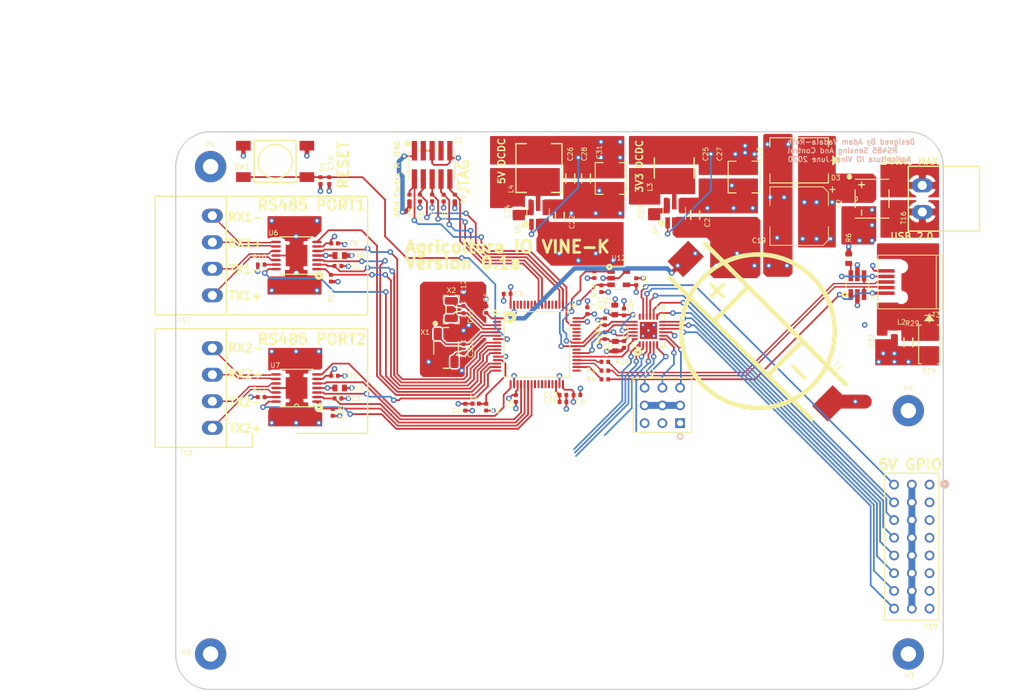
<source format=kicad_pcb>
(kicad_pcb (version 20240108) (generator "pcbnew") (generator_version "8.0")
  (layers (0 "F.Cu" signal) (1 "In1.Cu" power) (2 "In2.Cu" power) (31 "B.Cu" signal) (34 "B.Paste" user) (35 "F.Paste" user) (36 "B.SilkS" user "B.Silkscreen") (37 "F.SilkS" user "F.Silkscreen") (38 "B.Mask" user) (39 "F.Mask" user) (44 "Edge.Cuts" user))
  (net 0 "")
  (net 1 "GND")
  (net 2 "+3V3")
  (net 3 "/STM32F446RET Controller/VBAT")
  (net 4 "/STM32F446RET Controller/VDDA")
  (net 5 "+24V")
  (net 7 "Net-(U4-BST)")
  (net 8 "Net-(U4-SW)")
  (net 9 "Net-(U5-BST)")
  (net 10 "+5V")
  (net 11 "/STM32F446RET Controller/SWDIO_TMS")
  (net 12 "/STM32F446RET Controller/SWCLK_TCK")
  (net 13 "/STM32F446RET Controller/SWO_TDO")
  (net 14 "/STM32F446RET Controller/SWO_TDI")
  (net 15 "/STM32F446RET Controller/NJTRST")
  (net 16 "Net-(U5-SW)")
  (net 17 "Net-(T3-SHL)")
  (net 18 "/RS485 Interface/RS485_UART_TX1")
  (net 19 "/RS485 Interface/RS485_UART_RX1")
  (net 20 "/RS485 Interface/RS485_UART_TX2")
  (net 21 "/RS485 Interface/RS485_UART_RX2")
  (net 22 "Net-(U6-TERM100)")
  (net 23 "Net-(U7-TERM100)")
  (net 24 "/RS485 Interface/RS485_UART_RE1")
  (net 25 "/RS485 Interface/RS485_UART_RE2")
  (net 26 "/RS485 Interface/RS485_UART_DE1")
  (net 27 "/RS485 Interface/RS485_UART_DE2")
  (net 28 "/STM32F446RET Controller/IO_SCL")
  (net 29 "/STM32F446RET Controller/IO_SDA")
  (net 31 "Net-(U8-P05)")
  (net 32 "Net-(U8-P06)")
  (net 33 "Net-(U8-P07)")
  (net 34 "/STM32F446RET Controller/OSC_IN")
  (net 35 "/STM32F446RET Controller/OSC_OUT")
  (net 36 "/STM32F446RET Controller/NRST")
  (net 37 "/STM32F446RET Controller/OSC32_OUT")
  (net 38 "/STM32F446RET Controller/OSC32_IN")
  (net 39 "/STM32F446RET Controller/VCAP1")
  (net 40 "/STM32F446RET Controller/VBUS")
  (net 41 "/STM32F446RET Controller/D-")
  (net 42 "/STM32F446RET Controller/D+")
  (net 43 "/STM32F446RET Controller/ID")
  (net 44 "Net-(U8-P14)")
  (net 45 "Net-(U8-P10)")
  (net 46 "Net-(U8-P13)")
  (net 47 "Net-(U8-P15)")
  (net 48 "Net-(U8-P11)")
  (net 49 "Net-(U8-P12)")
  (net 50 "/RS485 Interface/RS485_RX1-")
  (net 51 "/RS485 Interface/RS485_RX1+")
  (net 52 "/RS485 Interface/RS485_TX1-")
  (net 53 "/RS485 Interface/RS485_TX1+")
  (net 54 "/RS485 Interface/RS485_RX2-")
  (net 55 "/RS485 Interface/RS485_RX2+")
  (net 56 "/RS485 Interface/RS485_TX2-")
  (net 57 "/RS485 Interface/RS485_TX2+")
  (net 58 "/RS485 Interface/RS485_SL_RATE1")
  (net 59 "/RS485 Interface/RS485_TERM_EN1")
  (net 60 "/RS485 Interface/RS485_SL_RATE2")
  (net 61 "/RS485 Interface/RS485_TERM_EN2")
  (net 62 "/Power Supply/24VAC-")
  (net 63 "/Power Supply/24VAC+")
  (net 64 "Earth")
  (net 65 "Net-(U8-P17)")
  (net 66 "Net-(U8-P16)")
  (net 67 "/5V IO Interfaces/IO_INT_N")
  (net 70 "/5V IO Interfaces/IO_RESET")
  (net 93 "/5V IO Interfaces/DRV1")
  (net 94 "/5V IO Interfaces/DRV2")
  (net 95 "/5V IO Interfaces/DRV3")
  (net 96 "/5V IO Interfaces/DRV4")
  (net 97 "/5V IO Interfaces/DRV5")
  (net 98 "/STM32F446RET Controller/MCU_D-")
  (net 99 "/STM32F446RET Controller/MCU_VBUS")
  (net 100 "/STM32F446RET Controller/MCU_D+")
  (footprint "growbox-KiCAD-Capacitors:C0402" (layer "F.Cu") (at 146.25 90 90)
    (property "Reference" "C1")
    (property "Value" "GCM1555C1H180GA16D")
  )
  (footprint "AVR-KiCAD-Lib-Resistors:R0402" (layer "F.Cu") (at 146.5 99.5 -90)
    (property "Reference" "C2")
    (property "Value" "C0402C104K9PACTU")
  )
  (footprint "growbox-KiCAD-Capacitors:C0402" (layer "F.Cu") (at 146.25 92.25 -90)
    (property "Reference" "C3")
    (property "Value" "GCM1555C1H180GA16D")
  )
  (footprint "AVR-KiCAD-Lib-Resistors:R0402" (layer "F.Cu") (at 149.5 85.5 90)
    (property "Reference" "C4")
    (property "Value" "C0402C104K9PACTU")
  )
  (footprint "AVR-KiCAD-Lib-Resistors:R0402" (layer "F.Cu") (at 149.5 99.5 -90)
    (property "Reference" "C5")
    (property "Value" "C0402C104K9PACTU")
  )
  (footprint "AVR-KiCAD-Lib-Resistors:R0402" (layer "F.Cu") (at 152.5 83.25 180)
    (property "Reference" "C6")
    (property "Value" "C0402C104K9PACTU")
  )
  (footprint "AVR-KiCAD-Lib-Resistors:R0402" (layer "F.Cu") (at 164 85.65 90)
    (property "Reference" "C7")
    (property "Value" "C0402C104K9PACTU")
  )
  (footprint "AVR-KiCAD-Lib-Resistors:R0402" (layer "F.Cu") (at 162.5 97.75)
    (property "Reference" "C8")
    (property "Value" "C0402C104K9PACTU")
  )
  (footprint "AVR-KiCAD-Lib-Resistors:R0402" (layer "F.Cu") (at 153.75 98.25 -90)
    (property "Reference" "C9")
    (property "Value" "C0402C104K9PACTU")
  )
  (footprint "AVR-KiCAD-Lib-Resistors:R0402" (layer "F.Cu") (at 127 67 -90)
    (property "Reference" "C10")
    (property "Value" "C0402C104K9PACTU")
  )
  (footprint "growbox-KiCAD-Capacitors:C0402" (layer "F.Cu") (at 146.25 86.5 90)
    (property "Reference" "C11")
    (property "Value" "CL05C090CB5NNNC")
  )
  (footprint "growbox-KiCAD-Capacitors:C0402" (layer "F.Cu") (at 146.25 84.5 -90)
    (property "Reference" "C12")
    (property "Value" "CL05C090CB5NNNC")
  )
  (footprint "AVR-KiCAD-Lib-Resistors:R0402" (layer "F.Cu") (at 160.5 97.75)
    (property "Reference" "C13")
    (property "Value" "C0402C104K9PACTU")
  )
  (footprint "growbox-KiCAD-Capacitors:C0402" (layer "F.Cu") (at 160.5 98.75)
    (property "Reference" "C14")
    (property "Value" "GRM155R60J475ME47D")
  )
  (footprint "AVR-KiCAD-Lib-Capacitors:CP_Elec_8x10" (layer "F.Cu") (at 194.35 72.1 180)
    (property "Reference" "C19")
    (property "Value" "UUQ1H470MCL1GS")
  )
  (footprint "AVR-KiCAD-Lib-Capacitors:C1206" (layer "F.Cu") (at 179.45 71.95 90)
    (property "Reference" "C21")
    (property "Value" "GRT31CR61H106KE01L" (hide yes))
  )
  (footprint "AVR-KiCAD-Lib-Capacitors:C1206" (layer "F.Cu") (at 160.05 72.2 90)
    (property "Reference" "C22")
    (property "Value" "GRT31CR61H106KE01L" (hide yes))
  )
  (footprint "AVR-KiCAD-Lib-Capacitors:C0805" (layer "F.Cu") (at 173.45 70.7 90)
    (property "Reference" "C23")
    (property "Value" "C0805C104M5RACTU" (hide yes))
  )
  (footprint "AVR-KiCAD-Lib-Capacitors:C0805" (layer "F.Cu") (at 154.05 70.95 90)
    (property "Reference" "C24")
    (property "Value" "C2012X7R2A104K125AA" (hide yes))
  )
  (footprint "growbox-KiCAD-Capacitors:C0805" (layer "F.Cu") (at 180.95 66.45 -90)
    (property "Reference" "C25")
    (property "Value" "GRM21BD70J226ME44L" (hide yes))
  )
  (footprint "AVR-KiCAD-Lib-Capacitors:C1206" (layer "F.Cu") (at 161.55 66.7 -90)
    (property "Reference" "C26")
    (property "Value" "GRT31CC81C226KE01L" (hide yes))
  )
  (footprint "growbox-KiCAD-Capacitors:C0805" (layer "F.Cu") (at 182.95 66.45 -90)
    (property "Reference" "C27")
    (property "Value" "GRM21BD70J226ME44L" (hide yes))
  )
  (footprint "AVR-KiCAD-Lib-Capacitors:C1206" (layer "F.Cu") (at 163.8 66.7 -90)
    (property "Reference" "C28")
    (property "Value" "GRT31CC81C226KE01L" (hide yes))
  )
  (footprint "AVR-KiCAD-Lib-Resistors:R0402" (layer "F.Cu") (at 127.75 76)
    (property "Reference" "C29")
    (property "Value" "C0402C104K9PACTU")
  )
  (footprint "AVR-KiCAD-Lib-Resistors:R0402" (layer "F.Cu") (at 127.75 95)
    (property "Reference" "C30")
    (property "Value" "C0402C104K9PACTU")
  )
  (footprint "AVR-KiCAD-Lib-ICs:SOT-23-6_Handsoldering" (layer "F.Cu") (at 202.7 82 90)
    (property "Reference" "D1")
    (property "Value" "ESDA6V1BC6")
  )
  (footprint "AVR-KiCAD-Lib-Diodes:ABS210-13" (layer "F.Cu") (at 204.8 69.6 90)
    (property "Reference" "D2")
    (property "Value" "ABS210-13")
  )
  (footprint "AVR-KiCAD-Lib-Diodes:SMDJ15CA" (layer "F.Cu") (at 194.35 64.1 180)
    (property "Reference" "D3")
    (property "Value" "SMDJ15CA" (hide yes))
  )
  (footprint "AVR-KiCAD-Lib-Inductors:BLM15HG601SN1D" (layer "F.Cu") (at 148 99)
    (property "Reference" "L1")
    (property "Value" "BLM15HG601SN1D")
  )
  (footprint "AVR-KiCAD-Lib-Inductors:MI0603K300R-10" (layer "F.Cu") (at 208 88.8 -90)
    (property "Reference" "L2")
    (property "Value" "MI0603K300R-10")
  )
  (footprint "AVR-KiCAD-Lib-Inductors:ASPI-0628-3R9M-T1" (layer "F.Cu") (at 176.45 65.2 90)
    (property "Reference" "L3")
    (property "Value" "ASPI-0628-3R9M-T1")
  )
  (footprint "AVR-KiCAD-Lib-Inductors:SRP6540-4R7M" (layer "F.Cu") (at 157.05 65.2 90)
    (property "Reference" "L4")
    (property "Value" "SRP6540-4R7M")
  )
  (footprint "AVR-KiCAD-Lib-Resistors:R0402" (layer "F.Cu") (at 125.75 67 90)
    (property "Reference" "R1")
    (property "Value" "RC0402FR-071KL")
  )
  (footprint "AVR-KiCAD-Lib-Resistors:R0402" (layer "F.Cu") (at 138.5 69.5 90)
    (property "Reference" "R3")
    (property "Value" "RC0402FR-071KL")
  )
  (footprint "AVR-KiCAD-Lib-Resistors:R0402" (layer "F.Cu") (at 140 69.5 90)
    (property "Reference" "R5")
    (property "Value" "RC0402FR-071KL")
  )
  (footprint "AVR-KiCAD-Lib-Resistors:R0603" (layer "F.Cu") (at 201.45 78.2 90)
    (property "Reference" "R6")
    (property "Value" "RC0603FR-0747KL")
  )
  (footprint "AVR-KiCAD-Lib-Resistors:R0402" (layer "F.Cu") (at 141.75 69.483 90)
    (property "Reference" "R7")
    (property "Value" "RC0402FR-071KL")
  )
  (footprint "AVR-KiCAD-Lib-Resistors:R0402" (layer "F.Cu") (at 143.4 69.5 90)
    (property "Reference" "R8")
    (property "Value" "RC0402FR-071KL")
  )
  (footprint "AVR-KiCAD-Lib-Resistors:R0402" (layer "F.Cu") (at 145 69.5 90)
    (property "Reference" "R9")
    (property "Value" "RC0402FR-071KL")
  )
  (footprint "AVR-KiCAD-Lib-Battery-Holders:BU2032SM-JJ-GTR" (layer "F.Cu") (at 188.45 88.6 -45)
    (property "Reference" "T1")
    (property "Value" "BU2032SM-JJ-GTR" (hide yes))
  )
  (footprint "AVR-KiCAD-Lib-Connectors:20021121-00010C4LF" (layer "F.Cu") (at 141.75 64.75 180)
    (property "Reference" "T2")
    (property "Value" "20021121-00010C4LF")
  )
  (footprint "AVR-KiCAD-Lib-Connectors:USB_Mini-B" (layer "F.Cu") (at 209 81.55 180)
    (property "Reference" "T3")
    (property "Value" "0675031020")
  )
  (footprint "AVR-KiCAD-Lib-Connectors:TSW-108-07-G-T" (layer "F.Cu") (at 210.5 119.5 90)
    (property "Reference" "T19")
    (property "Value" "TSW-108-07-G-T" (hide yes))
  )
  (footprint "AVR-KiCAD-Lib-ICs:STM32F446RET6" (layer "F.Cu") (at 156.75 90.5)
    (property "Reference" "U1")
    (property "Value" "STM32F446RET6")
  )
  (footprint "AVR-KiCAD-Lib-ICs:SOT-23-6_Handsoldering" (layer "F.Cu") (at 176.45 71.7 90)
    (property "Reference" "U4")
    (property "Value" "AP63203WU-7")
  )
  (footprint "AVR-KiCAD-Lib-ICs:SOT-23-6_Handsoldering" (layer "F.Cu") (at 156.940114 71.925 90)
    (property "Reference" "U5")
    (property "Value" "AP63205WU-7")
  )
  (footprint "AVR-KiCAD-Lib-Oscillators:ABM3B8.000MHZB2T" (layer "F.Cu") (at 143.75 91 -90)
    (property "Reference" "X1")
    (property "Value" "ABM3B-8.000MHZ-B2-T")
  )
  (footprint "AVR-KiCAD-Lib-Oscillators:ABS07-32.768KHZ-9-T" (layer "F.Cu") (at 144.5 85.5 90)
    (property "Reference" "X2")
    (property "Value" "ABS07-32.768KHZ-9-T")
  )
  (footprint "AVR-KiCAD-Lib-Holes_Fasteners:M2_HOLE" (layer "F.Cu") (at 110 65)
    (property "Reference" "H1")
    (property "Value" "M2_Plated_Hole")
  )
  (footprint "AVR-KiCAD-Lib-Holes_Fasteners:M2_HOLE" (layer "F.Cu") (at 110 132.4)
    (property "Reference" "H2")
    (property "Value" "M2_Plated_Hole")
  )
  (footprint "AVR-KiCAD-Lib-Holes_Fasteners:M2_HOLE" (layer "F.Cu") (at 210 132.4)
    (property "Reference" "H3")
    (property "Value" "M2_Plated_Hole")
  )
  (footprint "AVR-KiCAD-Lib-Holes_Fasteners:M2_HOLE" (layer "F.Cu") (at 210 100)
    (property "Reference" "H4")
    (property "Value" "M2_Plated_Hole")
  )
  (footprint "AVR-KiCAD-Lib-Capacitors:C0603" (layer "F.Cu") (at 128.5 77.75)
    (property "Reference" "C40")
    (property "Value" "CGA3E2X7R1H104K080AA" (hide yes))
  )
  (footprint "AVR-KiCAD-Lib-Capacitors:C0603" (layer "F.Cu") (at 128.5 96.75)
    (property "Reference" "C41")
    (property "Value" "CGA3E2X7R1H104K080AA" (hide yes))
  )
  (footprint "AVR-KiCAD-Lib-Resistors:R0402" (layer "F.Cu") (at 117.25 79.05 180)
    (property "Reference" "R10")
    (property "Value" "RC0402FR-071KL")
  )
  (footprint "AVR-KiCAD-Lib-Resistors:R0402" (layer "F.Cu") (at 117.25 98.05 180)
    (property "Reference" "R11")
    (property "Value" "RC0402FR-071KL")
  )
  (footprint "AVR-KiCAD-Lib-Resistors:R0402" (layer "F.Cu") (at 128.25 79.25 180)
    (property "Reference" "R12")
    (property "Value" "RC0402FR-071KL")
  )
  (footprint "AVR-KiCAD-Lib-Resistors:R0402" (layer "F.Cu") (at 128.25 98.25 180)
    (property "Reference" "R13")
    (property "Value" "RC0402FR-071KL")
  )
  (footprint "AVR-KiCAD-Lib-Resistors:R0402" (layer "F.Cu") (at 127.25 81 90)
    (property "Reference" "R14")
    (property "Value" "RC0402FR-071KL")
  )
  (footprint "AVR-KiCAD-Lib-Resistors:R0402" (layer "F.Cu") (at 127.5 100.25 90)
    (property "Reference" "R15")
    (property "Value" "RC0402FR-071KL")
  )
  (footprint "AVR-KiCAD-Lib-ICs:MAX13450EAUD&plus_" (layer "F.Cu") (at 122.311 77.75 180)
    (property "Reference" "U6")
    (property "Value" "MAX13450EAUD+" (hide yes))
  )
  (footprint "AVR-KiCAD-Lib-ICs:MAX13450EAUD&plus_" (layer "F.Cu") (at 122.311 96.75 180)
    (property "Reference" "U7")
    (property "Value" "MAX13450EAUD+" (hide yes))
  )
  (footprint "AVR-KiCAD-Lib-Mech-Switches:TL3301NF260QG" (layer "F.Cu") (at 119.25 64.25 180)
    (property "Reference" "SW1")
    (property "Value" "TL3301NF260QG")
  )
  (footprint "AVR-KiCAD-Lib-Connectors:0395121004" (layer "F.Cu") (at 110.25 77.75 -90)
    (property "Reference" "T17")
    (property "Value" "0395121004")
  )
  (footprint "AVR-KiCAD-Lib-Connectors:0395121004" (layer "F.Cu") (at 110.25 96.75 -90)
    (property "Reference" "T18")
    (property "Value" "0395121004")
  )
  (footprint "AVR-KiCAD-Lib-Capacitors:UCM1C470MCL1GS" (layer "F.Cu") (at 186.45 66.5 -90)
    (property "Reference" "C20")
    (property "Value" "UCM1C470MCL1GS" (hide yes))
  )
  (footprint "AVR-KiCAD-Lib-Capacitors:UCM1C470MCL1GS" (layer "F.Cu") (at 167.4 66.7 -90)
    (property "Reference" "C31")
    (property "Value" "UCM1C470MCL1GS" (hide yes))
  )
  (footprint "AVR-KiCAD-Lib-Connectors:0395121002" (layer "F.Cu") (at 212 69.6 90)
    (property "Reference" "T16")
    (property "Value" "0395121002")
  )
  (footprint "AVR-KiCAD-Lib-Resistors:R0402" (layer "F.Cu") (at 169.25 90.5 -90)
    (property "Reference" "C32")
    (property "Value" "C0402C104K9PACTU")
  )
  (footprint "AVR-KiCAD-Lib-Capacitors:C0603" (layer "F.Cu") (at 168 90.75 -90)
    (property "Reference" "C33")
    (property "Value" "GRM188R61A106KE69J" (hide yes))
  )
  (footprint "AVR-KiCAD-Lib-Resistors:R0402" (layer "F.Cu") (at 169.25 85.85 90)
    (property "Reference" "C34")
    (property "Value" "C0402C104K9PACTU")
  )
  (footprint "AVR-KiCAD-Lib-Capacitors:C0603" (layer "F.Cu") (at 167.917 85.54 90)
    (property "Reference" "C35")
    (property "Value" "GRM188R61A106KE69J" (hide yes))
  )
  (footprint "AVR-KiCAD-Lib-Resistors:R0402" (layer "F.Cu") (at 166.5 87.25 -90)
    (property "Reference" "R16")
    (property "Value" "RC0402FR-074K7L")
  )
  (footprint "AVR-KiCAD-Lib-Resistors:R0402" (layer "F.Cu") (at 166.5 89.25 90)
    (property "Reference" "R17")
    (property "Value" "RC0402FR-074K7L")
  )
  (footprint "AVR-KiCAD-Lib-ICs:TCA6416ARTWR" (layer "F.Cu") (at 172.75 88.5 90)
    (property "Reference" "U8")
    (property "Value" "TCA6416ARTWR" (hide yes))
  )
  (footprint "AVR-KiCAD-Lib-Diodes:SMAJ30CA" (layer "F.Cu") (at 213 90.5 -90)
    (property "Reference" "D14")
    (property "Value" "SMAJ30CA")
  )
  (footprint "AVR-KiCAD-Lib-Resistors:R0402" (layer "F.Cu") (at 166.5 94.25)
    (property "Reference" "R2")
    (property "Value" "RC0402FR-0722RL")
  )
  (footprint "AVR-KiCAD-Lib-Resistors:R0402" (layer "F.Cu") (at 166.5 95.5)
    (property "Reference" "R4")
    (property "Value" "RC0402FR-0710KL")
  )
  (footprint "AVR-KiCAD-Lib-Resistors:R0402" (layer "F.Cu") (at 166.5 93)
    (property "Reference" "R28")
    (property "Value" "RC0402FR-0722RL")
  )
  (footprint "AVR-KiCAD-Lib-Resistors:R1206" (layer "F.Cu") (at 210 90.2 90)
    (property "Reference" "R29")
    (property "Value" "RC1206FR-071ML")
  )
  (footprint "AVR-KiCAD-Lib-Capacitors:C0805" (layer "F.Cu") (at 206.25 89.5 -90)
    (property "Reference" "C37")
    (property "Value" "C0805C103KCRACAUTO" (hide yes))
  )
  (footprint "AVR-KiCAD-Lib-Resistors:R0402" (layer "F.Cu") (at 171 81.5 90)
    (property "Reference" "C38")
    (property "Value" "C0402C104K9PACTU")
  )
  (footprint "AVR-KiCAD-Lib-ICs:SOT-23-5" (layer "F.Cu") (at 168.5 81)
    (property "Reference" "U12")
    (property "Value" "AT24C16D-STUM-T")
  )
  (footprint "AVR-KiCAD-Lib-Resistors:R0402" (layer "F.Cu") (at 165 80.5 90)
    (property "Reference" "R30")
    (property "Value" "RC0402FR-074K7L")
  )
  (footprint "AVR-KiCAD-Lib-Resistors:R0402" (layer "F.Cu") (at 166 82.5 90)
    (property "Reference" "R31")
    (property "Value" "RC0402FR-074K7L")
  )
  (footprint "AVR-KiCAD-Lib-Connectors:TSW-103-07-G-T" (layer "F.Cu") (at 174.75 99.25)
    (property "Reference" "T9")
    (property "Value" "TSW-103-07-G-T" (hide yes))
  )
  (gr_line (start 116 105.25) (end 116 103.25) (stroke (width 0.2)) (layer "F.SilkS"))
  (gr_line (start 132.5 88.25) (end 112.25 88.25) (stroke (width 0.2)) (layer "F.SilkS"))
  (gr_line (start 132.5 86.25) (end 132.5 69.25) (stroke (width 0.2)) (layer "F.SilkS"))
  (gr_line (start 132.5 69.25) (end 112.25 69.25) (stroke (width 0.2)) (layer "F.SilkS"))
  (gr_line (start 112.25 86.25) (end 132.5 86.25) (stroke (width 0.2)) (layer "F.SilkS"))
  (gr_line (start 122.25 103.25) (end 132.5 103.25) (stroke (width 0.2)) (layer "F.SilkS"))
  (gr_line (start 132.5 103.25) (end 132.5 88.25) (stroke (width 0.2)) (layer "F.SilkS"))
  (gr_line (start 112.25 105.25) (end 116 105.25) (stroke (width 0.2)) (layer "F.SilkS"))
  (gr_arc (start 215 135) (mid 213.535534 138.535534) (end 210 140) (stroke (width 0.2)) (layer "Edge.Cuts"))
  (gr_arc (start 110 140) (mid 106.464466 138.535534) (end 105 135) (stroke (width 0.2)) (layer "Edge.Cuts"))
  (gr_line (start 215 135) (end 215 65) (stroke (width 0.2)) (layer "Edge.Cuts"))
  (gr_arc (start 210 60) (mid 213.535534 61.464466) (end 215 65) (stroke (width 0.2)) (layer "Edge.Cuts"))
  (gr_line (start 110 140) (end 210 140) (stroke (width 0.2)) (layer "Edge.Cuts"))
  (gr_arc (start 105 65) (mid 106.464466 61.464466) (end 110 60) (stroke (width 0.2)) (layer "Edge.Cuts"))
  (gr_line (start 210 59.999999) (end 110 60) (stroke (width 0.2)) (layer "Edge.Cuts"))
  (gr_line (start 105 65) (end 105 135) (stroke (width 0.2)) (layer "Edge.Cuts"))
  (gr_text "RS485 Sensing And Control" (at 200.55 62.7 0) (layer "B.SilkS") (effects (font (size 0.75 0.75)) (justify mirror)))
  (gr_text "Designed By Adam Vadala-Roth" (at 201.8 61.45 0) (layer "B.SilkS") (effects (font (size 0.75 0.75)) (justify mirror)))
  (gr_text "Agricoltura IO Vine, June 2020" (at 201.55 63.95 0) (layer "B.SilkS") (effects (font (size 0.75 0.75)) (justify mirror)))
  (gr_text "Version 0.1a" (at 146.2 78.8 0) (layer "F.SilkS") (effects (font (size 1.75 1.75) (thickness 0.4))))
  (gr_text "RS485 PORT2" (at 124.5 89.75 0) (layer "F.SilkS") (effects (font (size 1.5 1.5) (thickness 0.3))))
  (gr_text "RS485 PORT1" (at 124.5 70.5 0) (layer "F.SilkS") (effects (font (size 1.5 1.5) (thickness 0.3))))
  (gr_text "TX2+" (at 115 102.5 0) (layer "F.SilkS") (effects (font (size 1.2 1.2) (thickness 0.25))))
  (gr_text "TX2-" (at 115 98.75 0) (layer "F.SilkS") (effects (font (size 1.2 1.2) (thickness 0.25))))
  (gr_text "RX2-" (at 115 91 0) (layer "F.SilkS") (effects (font (size 1.2 1.2) (thickness 0.25))))
  (gr_text "RX2+" (at 115 94.75 0) (layer "F.SilkS") (effects (font (size 1.2 1.2) (thickness 0.25))))
  (gr_text "TX1-" (at 115 79.75 0) (layer "F.SilkS") (effects (font (size 1.2 1.2) (thickness 0.25))))
  (gr_text "TX1+" (at 115 83.5 0) (layer "F.SilkS") (effects (font (size 1.2 1.2) (thickness 0.25))))
  (gr_text "RX1-" (at 115 72.25 0) (layer "F.SilkS") (effects (font (size 1.2 1.2) (thickness 0.25))))
  (gr_text "RX1+" (at 115 76 0) (layer "F.SilkS") (effects (font (size 1.2 1.2) (thickness 0.25))))
  (gr_text "5V DCDC" (at 151.7 64.2 90) (layer "F.SilkS") (effects (font (size 1 1) (thickness 0.2))))
  (gr_text "3V3 DCDC" (at 171.45 64.95 90) (layer "F.SilkS") (effects (font (size 1 1) (thickness 0.2))))
  (gr_text "USB 2.0" (at 210.5 75 0) (layer "F.SilkS") (effects (font (size 1 1) (thickness 0.2))))
  (gr_text "24VAC MAX" (at 210.2 64.2 0) (layer "F.SilkS") (effects (font (size 1 1) (thickness 0.2))))
  (gr_text "RESET" (at 129 64.75 90) (layer "F.SilkS") (effects (font (size 1.5 1.5) (thickness 0.3))))
  (gr_text "JTAG" (at 146.25 66.5 90) (layer "F.SilkS") (effects (font (size 1.5 1.5) (thickness 0.3))))
  (gr_text "5V GPIO" (at 210.25 107.75 0) (layer "F.SilkS") (effects (font (size 1.5 1.5) (thickness 0.3))))
  (gr_text "ARM Cortex M JTAG" (at 136.75 66.75 90) (layer "F.SilkS") (effects (font (size 0.75 0.75))))
  (gr_text "Agricoltura IO VINE-K " (at 153.2 76.5 0) (layer "F.SilkS") (effects (font (size 1.75 1.75) (thickness 0.4))))
  (segment (start 160 96.2) (end 160 95) (width 0.25) (layer "F.Cu") (net 1))
  (segment (start 160.983 98.75) (end 160.983 98.75) (width 0.25) (layer "F.Cu") (net 1))
  (segment (start 122.25 77.75) (end 122.25 77.75) (width 0.25) (layer "F.Cu") (net 1))
  (segment (start 122.25 77.75) (end 122.311 77.75) (width 0.25) (layer "F.Cu") (net 1))
  (segment (start 201.45 77.52) (end 201.45 77.52) (width 0.25) (layer "F.Cu") (net 1))
  (segment (start 122.191 96.75) (end 122.191 96.75) (width 0.25) (layer "F.Cu") (net 1))
  (segment (start 114.7 63.449988) (end 114.7 63.449988) (width 0.25) (layer "F.Cu") (net 1))
  (segment (start 123.8 63.45003) (end 123.8 63.45003) (width 0.25) (layer "F.Cu") (net 1))
  (segment (start 202.7 83.35) (end 202.7 83.35) (width 0.635) (layer "F.Cu") (net 1))
  (segment (start 202.7 84.25) (end 202.7 83.35) (width 0.635) (layer "F.Cu") (net 1))
  (segment (start 201.45 77.15) (end 201.45 77.52) (width 0.635) (layer "F.Cu") (net 1))
  (segment (start 151.05 92.25) (end 152.25 92.25) (width 0.25) (layer "F.Cu") (net 1))
  (segment (start 169.6 80.05) (end 169.45 80.05) (width 0.25) (layer "F.Cu") (net 1))
  (segment (start 164 85.167) (end 164 84.27532) (width 0.25) (layer "F.Cu") (net 1))
  (segment (start 143.91 64.75) (end 144.29 64.37) (width 0.25) (layer "F.Cu") (net 1))
  (segment (start 146.25 88.5) (end 145.45 88.5) (width 0.25) (layer "F.Cu") (net 1))
  (segment (start 145.45 88.5) (end 144.95 89) (width 0.25) (layer "F.Cu") (net 1))
  (segment (start 141.75 64.5) (end 142 64.75) (width 0.25) (layer "F.Cu") (net 1))
  (segment (start 145.5 63.75) (end 144.32 63.75) (width 0.25) (layer "F.Cu") (net 1))
  (segment (start 119.26365 96.75) (end 122.191 96.75) (width 0.25) (layer "F.Cu") (net 1))
  (segment (start 202.7 84.75) (end 202.7 84.25) (width 0.635) (layer "F.Cu") (net 1))
  (segment (start 146.25 93.25) (end 146.25 92.733) (width 0.25) (layer "F.Cu") (net 1))
  (segment (start 169.45 80.05) (end 168.5 81) (width 0.25) (layer "F.Cu") (net 1))
  (segment (start 167.93 91.5) (end 168 91.43) (width 0.25) (layer "F.Cu") (net 1))
  (segment (start 149.50434 99.98734) (end 150.48734 99.98734) (width 0.25) (layer "F.Cu") (net 1))
  (segment (start 119.38365 77.75) (end 122.25 77.75) (width 0.25) (layer "F.Cu") (net 1))
  (segment (start 146.25 83) (end 146.25 84.017) (width 0.25) (layer "F.Cu") (net 1))
  (segment (start 201.45 76.45) (end 201.45 77.15) (width 0.635) (layer "F.Cu") (net 1))
  (segment (start 172 81) (end 171.017 81) (width 0.25) (layer "F.Cu") (net 1))
  (segment (start 164 87.25) (end 162.45 87.25) (width 0.25) (layer "F.Cu") (net 1))
  (segment (start 153.75 98.733) (end 153.75 99.679008) (width 0.25) (layer "F.Cu") (net 1))
  (segment (start 168 84.777) (end 168 84) (width 0.25) (layer "F.Cu") (net 1))
  (segment (start 204.9 79.7) (end 204.9 79.2) (width 0.25) (layer "F.Cu") (net 1))
  (segment (start 166.75 91.5) (end 167.93 91.5) (width 0.45) (layer "F.Cu") (net 1))
  (segment (start 146 93.5) (end 146.25 93.25) (width 0.25) (layer "F.Cu") (net 1))
  (segment (start 206.875 79.95) (end 205.15 79.95) (width 0.25) (layer "F.Cu") (net 1))
  (segment (start 177.4 70.35) (end 177.4 71.4) (width 0.635) (layer "F.Cu") (net 1))
  (segment (start 168 84.777) (end 167.917 84.86) (width 0.25) (layer "F.Cu") (net 1))
  (segment (start 140.48 62.72) (end 141.75 62.72) (width 0.25) (layer "F.Cu") (net 1))
  (segment (start 201.52 77.52) (end 201.45 77.52) (width 0.35) (layer "F.Cu") (net 1))
  (segment (start 146.5 99.983) (end 146.517 100) (width 0.25) (layer "F.Cu") (net 1))
  (segment (start 152 83.267) (end 152.017 83.25) (width 0.25) (layer "F.Cu") (net 1))
  (segment (start 130.25 77.75) (end 129.18 77.75) (width 0.635) (layer "F.Cu") (net 1))
  (segment (start 171.017 81) (end 171 81.017) (width 0.25) (layer "F.Cu") (net 1))
  (segment (start 116.75 98.067) (end 116.767 98.05) (width 0.25) (layer "F.Cu") (net 1))
  (segment (start 144.29 64.37) (end 144.29 62.72) (width 0.25) (layer "F.Cu") (net 1))
  (segment (start 152.25 92.25) (end 152.26266 92.23734) (width 0.25) (layer "F.Cu") (net 1))
  (segment (start 146.25 88.5) (end 146.25 89.517) (width 0.25) (layer "F.Cu") (net 1))
  (segment (start 141.75 62.72) (end 141.75 64.5) (width 0.25) (layer "F.Cu") (net 1))
  (segment (start 127 68.5) (end 127 67.483) (width 0.45) (layer "F.Cu") (net 1))
  (segment (start 157.890114 70.575) (end 157.890114 71.45) (width 0.635) (layer "F.Cu") (net 1))
  (segment (start 168.5 81) (end 167.4 81) (width 0.25) (layer "F.Cu") (net 1))
  (segment (start 167.4 81) (end 166.25 81) (width 0.25) (layer "F.Cu") (net 1))
  (segment (start 162.983 96.817016) (end 163.000016 96.8) (width 0.25) (layer "F.Cu") (net 1))
  (segment (start 162.983 97.75) (end 162.983 96.817016) (width 0.25) (layer "F.Cu") (net 1))
  (segment (start 169.25 91) (end 168.82 91.43) (width 0.45) (layer "F.Cu") (net 1))
  (segment (start 116.75 80) (end 116.75 79.067) (width 0.45) (layer "F.Cu") (net 1))
  (segment (start 147 87.75) (end 147 87.733) (width 0.25) (layer "F.Cu") (net 1))
  (segment (start 199.068228 98.7) (end 203.75 98.7) (width 2) (layer "F.Cu") (net 1))
  (segment (start 149.5 85.017) (end 149.5 84) (width 0.25) (layer "F.Cu") (net 1))
  (segment (start 160.983 97.75) (end 160.983 98.75) (width 0.25) (layer "F.Cu") (net 1))
  (segment (start 146 94.25) (end 146 93.5) (width 0.25) (layer "F.Cu") (net 1))
  (segment (start 128.233 76) (end 129.052654 76) (width 0.25) (layer "F.Cu") (net 1))
  (segment (start 123.8 62) (end 123.8 63.45003) (width 0.635) (layer "F.Cu") (net 1))
  (segment (start 129.052654 76) (end 129.220517 76.167863) (width 0.25) (layer "F.Cu") (net 1))
  (segment (start 147 87.733) (end 146.25 86.983) (width 0.25) (layer "F.Cu") (net 1))
  (segment (start 153.5 84.8) (end 153.5 85.83249) (width 0.25) (layer "F.Cu") (net 1))
  (segment (start 152 84.25) (end 152 83.267) (width 0.25) (layer "F.Cu") (net 1))
  (segment (start 164 84.27532) (end 164.01266 84.26266) (width 0.25) (layer "F.Cu") (net 1))
  (segment (start 141.25 93) (end 142.55 93) (width 0.35) (layer "F.Cu") (net 1))
  (segment (start 153.75 99.679008) (end 153.750016 99.679024) (width 0.25) (layer "F.Cu") (net 1))
  (segment (start 205.15 79.95) (end 204.9 79.7) (width 0.25) (layer "F.Cu") (net 1))
  (segment (start 176.000063 88.750063) (end 176.5 89.25) (width 0.25) (layer "F.Cu") (net 1))
  (segment (start 129.25 95) (end 128.233 95) (width 0.25) (layer "F.Cu") (net 1))
  (segment (start 130.25 96.75) (end 129.18 96.75) (width 0.25) (layer "F.Cu") (net 1))
  (segment (start 169.25 84.25) (end 169.25 85.367) (width 0.25) (layer "F.Cu") (net 1))
  (segment (start 160.983 99.75) (end 160.983 98.75) (width 0.25) (layer "F.Cu") (net 1))
  (segment (start 153.5 96.2) (end 153.5 95) (width 0.25) (layer "F.Cu") (net 1))
  (segment (start 144.32 62.75) (end 144.29 62.72) (width 0.25) (layer "F.Cu") (net 1))
  (segment (start 142 64.75) (end 143.91 64.75) (width 0.25) (layer "F.Cu") (net 1))
  (segment (start 116.75 79.067) (end 116.767 79.05) (width 0.25) (layer "F.Cu") (net 1))
  (segment (start 174.725 88.750063) (end 176.000063 88.750063) (width 0.25) (layer "F.Cu") (net 1))
  (segment (start 169.25 90.983) (end 169.25 91) (width 0.25) (layer "F.Cu") (net 1))
  (segment (start 115.75 98.05) (end 116.767 98.05) (width 0.25) (layer "F.Cu") (net 1))
  (segment (start 149.5 99.983) (end 149.50434 99.98734) (width 0.25) (layer "F.Cu") (net 1))
  (segment (start 202.7 79.1) (end 202.7 80.65) (width 0.635) (layer "F.Cu") (net 1))
  (segment (start 114.7 62) (end 114.7 63.449988) (width 0.635) (layer "F.Cu") (net 1))
  (segment (start 168.82 91.43) (end 168 91.43) (width 0.45) (layer "F.Cu") (net 1))
  (segment (start 146.517 100) (end 147.5 100) (width 0.25) (layer "F.Cu") (net 1))
  (via (at 160 95) (size 0.8) (drill 0.4) (layers "F.Cu" "B.Cu") (net 1))
  (via (at 204.8 71.2) (size 0.8) (drill 0.4) (layers "F.Cu" "B.Cu") (net 1))
  (via (at 176.5 89.25) (size 0.8) (drill 0.4) (layers "F.Cu" "B.Cu") (net 1))
  (via (at 204.8 75.6) (size 0.8) (drill 0.4) (layers "F.Cu" "B.Cu") (net 1))
  (via (at 145.5 63.75) (size 0.8) (drill 0.4) (layers "F.Cu" "B.Cu") (net 1))
  (via (at 153.5 85.83249) (size 0.8) (drill 0.4) (layers "F.Cu" "B.Cu") (net 1))
  (via (at 203.75 87.7) (size 0.8) (drill 0.4) (layers "F.Cu" "B.Cu") (net 1))
  (via (at 150.48734 99.98734) (size 0.8) (drill 0.4) (layers "F.Cu" "B.Cu") (net 1))
  (via (at 141.25 93) (size 0.8) (drill 0.4) (layers "F.Cu" "B.Cu") (net 1))
  (via (at 146 94.25) (size 0.8) (drill 0.4) (layers "F.Cu" "B.Cu") (net 1))
  (via (at 130.25 96.75) (size 0.8) (drill 0.4) (layers "F.Cu" "B.Cu") (net 1))
  (via (at 118.75 82.75) (size 0.8) (drill 0.4) (layers "F.Cu" "B.Cu") (net 1))
  (via (at 204.8 73.4) (size 0.8) (drill 0.4) (layers "F.Cu" "B.Cu") (net 1))
  (via (at 191.2 75.2) (size 0.8) (drill 0.4) (layers "F.Cu" "B.Cu") (net 1))
  (via (at 190.2 69.4) (size 0.8) (drill 0.4) (layers "F.Cu" "B.Cu") (net 1))
  (via (at 164 87.25) (size 0.8) (drill 0.4) (layers "F.Cu" "B.Cu") (net 1))
  (via (at 163.000016 96.8) (size 0.8) (drill 0.4) (layers "F.Cu" "B.Cu") (net 1))
  (via (at 153.750016 99.679024) (size 0.8) (drill 0.4) (layers "F.Cu" "B.Cu") (net 1))
  (via (at 129.220517 76.167863) (size 0.8) (drill 0.4) (layers "F.Cu" "B.Cu") (net 1))
  (via (at 202.7 79.1) (size 0.8) (drill 0.4) (layers "F.Cu" "B.Cu") (net 1))
  (via (at 187.7 70.95) (size 0.8) (drill 0.4) (layers "F.Cu" "B.Cu") (net 1))
  (via (at 192.6 79.2) (size 0.8) (drill 0.4) (layers "F.Cu" "B.Cu") (net 1))
  (via (at 165.2 71.7) (size 0.8) (drill 0.4) (layers "F.Cu" "B.Cu") (net 1))
  (via (at 152 84.25) (size 0.8) (drill 0.4) (layers "F.Cu" "B.Cu") (net 1))
  (via (at 202.7 84.9) (size 0.8) (drill 0.4) (layers "F.Cu" "B.Cu") (net 1))
  (via (at 210 93) (size 0.8) (drill 0.4) (layers "F.Cu" "B.Cu") (net 1))
  (via (at 125.5 101.75) (size 0.8) (drill 0.4) (layers "F.Cu" "B.Cu") (net 1))
  (via (at 146.25 88.5) (size 0.8) (drill 0.4) (layers "F.Cu" "B.Cu") (net 1))
  (via (at 152.26266 92.23734) (size 0.8) (drill 0.4) (layers "F.Cu" "B.Cu") (net 1))
  (via (at 205.75 93) (size 0.8) (drill 0.4) (layers "F.Cu" "B.Cu") (net 1))
  (via (at 206.4 91.8) (size 0.8) (drill 0.4) (layers "F.Cu" "B.Cu") (net 1))
  (via (at 204.9 79.2) (size 0.8) (drill 0.4) (layers "F.Cu" "B.Cu") (net 1))
  (via (at 181.2 70.95) (size 0.8) (drill 0.4) (layers "F.Cu" "B.Cu") (net 1))
  (via (at 116.75 80) (size 0.8) (drill 0.4) (layers "F.Cu" "B.Cu") (net 1))
  (via (at 127 68.5) (size 0.8) (drill 0.4) (layers "F.Cu" "B.Cu") (net 1))
  (via (at 164.01266 84.26266) (size 0.8) (drill 0.4) (layers "F.Cu" "B.Cu") (net 1))
  (via (at 184.7 67.7) (size 0.8) (drill 0.4) (layers "F.Cu" "B.Cu") (net 1))
  (via (at 114.7 63.449988) (size 0.8) (drill 0.4) (layers "F.Cu" "B.Cu") (net 1))
  (via (at 123.8 63.45003) (size 0.8) (drill 0.4) (layers "F.Cu" "B.Cu") (net 1))
  (via (at 208 91.8) (size 0.8) (drill 0.4) (layers "F.Cu" "B.Cu") (net 1))
  (via (at 115.75 98.05) (size 0.8) (drill 0.4) (layers "F.Cu" "B.Cu") (net 1))
  (via (at 192.2 69.4) (size 0.8) (drill 0.4) (layers "F.Cu" "B.Cu") (net 1))
  (via (at 149.5 84) (size 0.8) (drill 0.4) (layers "F.Cu" "B.Cu") (net 1))
  (via (at 147.5 100) (size 0.8) (drill 0.4) (layers "F.Cu" "B.Cu") (net 1))
  (via (at 172 81) (size 0.8) (drill 0.4) (layers "F.Cu" "B.Cu") (net 1))
  (via (at 130.25 77.75) (size 0.8) (drill 0.4) (layers "F.Cu" "B.Cu") (net 1))
  (via (at 208 93) (size 0.8) (drill 0.4) (layers "F.Cu" "B.Cu") (net 1))
  (via (at 118.75 101.75) (size 0.8) (drill 0.4) (layers "F.Cu" "B.Cu") (net 1))
  (via (at 184.95 70.95) (size 0.8) (drill 0.4) (layers "F.Cu" "B.Cu") (net 1))
  (via (at 168 84) (size 0.8) (drill 0.4) (layers "F.Cu" "B.Cu") (net 1))
  (via (at 201.45 76.45) (size 0.8) (drill 0.4) (layers "F.Cu" "B.Cu") (net 1))
  (via (at 147 87.75) (size 0.8) (drill 0.4) (layers "F.Cu" "B.Cu") (net 1))
  (via (at 125.25 72.75) (size 0.8) (drill 0.4) (layers "F.Cu" "B.Cu") (net 1))
  (via (at 125.25 82.75) (size 0.8) (drill 0.4) (layers "F.Cu" "B.Cu") (net 1))
  (via (at 189.8 61.8) (size 0.8) (drill 0.4) (layers "F.Cu" "B.Cu") (net 1))
  (via (at 118.75 72.75) (size 0.8) (drill 0.4) (layers "F.Cu" "B.Cu") (net 1))
  (via (at 118.75 91.5) (size 0.8) (drill 0.4) (layers "F.Cu" "B.Cu") (net 1))
  (via (at 165.7 68.45) (size 0.8) (drill 0.4) (layers "F.Cu" "B.Cu") (net 1))
  (via (at 122.25 91.5) (size 0.8) (drill 0.4) (layers "F.Cu" "B.Cu") (net 1))
  (via (at 190 79.2) (size 0.8) (drill 0.4) (layers "F.Cu" "B.Cu") (net 1))
  (via (at 169.25 84.25) (size 0.8) (drill 0.4) (layers "F.Cu" "B.Cu") (net 1))
  (via (at 122.25 80.25) (size 0.8) (drill 0.4) (layers "F.Cu" "B.Cu") (net 1))
  (via (at 125.5 91.5) (size 0.8) (drill 0.4) (layers "F.Cu" "B.Cu") (net 1))
  (via (at 146.25 83) (size 0.8) (drill 0.4) (layers "F.Cu" "B.Cu") (net 1))
  (via (at 161.7 71.7) (size 0.8) (drill 0.4) (layers "F.Cu" "B.Cu") (net 1))
  (via (at 166.25 81) (size 0.8) (drill 0.4) (layers "F.Cu" "B.Cu") (net 1))
  (via (at 129.25 95) (size 0.8) (drill 0.4) (layers "F.Cu" "B.Cu") (net 1))
  (via (at 153.5 95) (size 0.8) (drill 0.4) (layers "F.Cu" "B.Cu") (net 1))
  (via (at 166.75 91.5) (size 0.8) (drill 0.4) (layers "F.Cu" "B.Cu") (net 1))
  (via (at 203 75.6) (size 0.8) (drill 0.4) (layers "F.Cu" "B.Cu") (net 1))
  (via (at 202.4 98.7) (size 0.8) (drill 0.4) (layers "F.Cu" "B.Cu") (net 1))
  (via (at 168.7 71.7) (size 0.8) (drill 0.4) (layers "F.Cu" "B.Cu") (net 1))
  (via (at 122.25 101.75) (size 0.8) (drill 0.4) (layers "F.Cu" "B.Cu") (net 1))
  (via (at 122.25 75) (size 0.8) (drill 0.4) (layers "F.Cu" "B.Cu") (net 1))
  (via (at 160.983 99.75) (size 0.8) (drill 0.4) (layers "F.Cu" "B.Cu") (net 1))
  (segment (start 163.9915 86.1415) (end 164 86.133) (width 0.25) (layer "F.Cu") (net 2))
  (segment (start 152.983 83.25) (end 152.983 83.25) (width 0.25) (layer "F.Cu") (net 2))
  (segment (start 146.5 99.017) (end 146.5 99.017) (width 0.25) (layer "F.Cu") (net 2))
  (segment (start 127.267 95) (end 126.5 95) (width 0.25) (layer "F.Cu") (net 2))
  (segment (start 127.25 76) (end 127.267 76) (width 0.25) (layer "F.Cu") (net 2))
  (segment (start 169.767 81.983) (end 169.633 81.983) (width 0.25) (layer "F.Cu") (net 2))
  (segment (start 126.05 95.45) (end 125.11835 95.45) (width 0.25) (layer "F.Cu") (net 2))
  (segment (start 153.75 97.767) (end 153.232994 97.767) (width 0.25) (layer "F.Cu") (net 2))
  (segment (start 165.750016 90.75) (end 165.75 90.749984) (width 0.25) (layer "F.Cu") (net 2))
  (segment (start 160.5 96.2) (end 160.5 96.75) (width 0.25) (layer "F.Cu") (net 2))
  (segment (start 126.5 95) (end 126.05 95.45) (width 0.25) (layer "F.Cu") (net 2))
  (segment (start 167.32 90.07) (end 167 89.75) (width 0.25) (layer "F.Cu") (net 2))
  (segment (start 128.733 98.25) (end 129.75 98.25) (width 0.25) (layer "F.Cu") (net 2))
  (segment (start 153.75 97.25) (end 154 97) (width 0.25) (layer "F.Cu") (net 2))
  (segment (start 140 69.983) (end 140 70.9) (width 0.25) (layer "F.Cu") (net 2))
  (segment (start 166.017 89.733) (end 165.75 90) (width 0.25) (layer "F.Cu") (net 2))
  (segment (start 153.75 97.767) (end 153.75 97.25) (width 0.25) (layer "F.Cu") (net 2))
  (segment (start 169.25 90.017) (end 168.053 90.017) (width 0.25) (layer "F.Cu") (net 2))
  (segment (start 137.9 71.5) (end 137.499994 71.5) (width 0.635) (layer "F.Cu") (net 2))
  (segment (start 153 83.233) (end 152.983 83.25) (width 0.25) (layer "F.Cu") (net 2))
  (segment (start 143.4 70.9) (end 143.4 69.983) (width 0.25) (layer "F.Cu") (net 2))
  (segment (start 166.5 89.733) (end 166.017 89.733) (width 0.25) (layer "F.Cu") (net 2))
  (segment (start 126.540587 76) (end 127.25 76) (width 0.25) (layer "F.Cu") (net 2))
  (segment (start 125.23835 76.45) (end 126.090587 76.45) (width 0.25) (layer "F.Cu") (net 2))
  (segment (start 145 69.983) (end 145 70.97499) (width 0.635) (layer "F.Cu") (net 2))
  (segment (start 160.75 97) (end 161.75 97) (width 0.25) (layer "F.Cu") (net 2))
  (segment (start 165.75 87) (end 165.983 86.767) (width 0.25) (layer "F.Cu") (net 2))
  (segment (start 165 80.983) (end 164.017 80.983) (width 0.25) (layer "F.Cu") (net 2))
  (segment (start 171 83) (end 171 81.983) (width 0.25) (layer "F.Cu") (net 2))
  (segment (start 163.383 86.75) (end 164 86.133) (width 0.25) (layer "F.Cu") (net 2))
  (segment (start 168 90.07) (end 167.32 90.07) (width 0.25) (layer "F.Cu") (net 2))
  (segment (start 167 89.75) (end 166.517 89.75) (width 0.25) (layer "F.Cu") (net 2))
  (segment (start 170.775 89.250189) (end 170.022633 89.250189) (width 0.25) (layer "F.Cu") (net 2))
  (segment (start 168.053 90.017) (end 168 90.07) (width 0.25) (layer "F.Cu") (net 2))
  (segment (start 171 81.983) (end 169.767 81.983) (width 0.25) (layer "F.Cu") (net 2))
  (segment (start 153 82.25) (end 153 83.233) (width 0.25) (layer "F.Cu") (net 2))
  (segment (start 127.267 94.50832) (end 127.76266 94.01266) (width 0.25) (layer "F.Cu") (net 2))
  (segment (start 165.75 90) (end 165.75 90.749984) (width 0.25) (layer "F.Cu") (net 2))
  (segment (start 169.633 81.983) (end 169.6 81.95) (width 0.25) (layer "F.Cu") (net 2))
  (segment (start 170.022633 89.250189) (end 169.255822 90.017) (width 0.25) (layer "F.Cu") (net 2))
  (segment (start 128.733 79.25) (end 129.69998 79.25) (width 0.25) (layer "F.Cu") (net 2))
  (segment (start 137.75 63.5) (end 139.18 63.5) (width 0.25) (layer "F.Cu") (net 2))
  (segment (start 165.983 86.767) (end 166.5 86.767) (width 0.25) (layer "F.Cu") (net 2))
  (segment (start 127.267 95) (end 127.267 94.50832) (width 0.25) (layer "F.Cu") (net 2))
  (segment (start 139.18 62.75) (end 139.21 62.72) (width 0.25) (layer "F.Cu") (net 2))
  (segment (start 164.0085 86.1415) (end 164 86.133) (width 0.25) (layer "F.Cu") (net 2))
  (segment (start 146.517 99) (end 146.5 99.017) (width 0.25) (layer "F.Cu") (net 2))
  (segment (start 175.5 73.05) (end 175.5 74.65) (width 0.25) (layer "F.Cu") (net 2))
  (segment (start 164.017 80.983) (end 164 81) (width 0.25) (layer "F.Cu") (net 2))
  (segment (start 138.5 69.983) (end 138.5 70.9) (width 0.635) (layer "F.Cu") (net 2))
  (segment (start 128.25 81.5) (end 127.25 81.5) (width 0.45) (layer "F.Cu") (net 2))
  (segment (start 167 83) (end 166.017 83) (width 0.25) (layer "F.Cu") (net 2))
  (segment (start 137.483008 71.483014) (end 137.499994 71.5) (width 0.25) (layer "F.Cu") (net 2))
  (segment (start 165.5 87) (end 165.75 87) (width 0.25) (layer "F.Cu") (net 2))
  (segment (start 127.267 75.50832) (end 127.762676 75.012644) (width 0.25) (layer "F.Cu") (net 2))
  (segment (start 126.090587 76.45) (end 126.540587 76) (width 0.25) (layer "F.Cu") (net 2))
  (segment (start 153 83.267) (end 152.983 83.25) (width 0.25) (layer "F.Cu") (net 2))
  (segment (start 147.545 99) (end 146.517 99) (width 0.25) (layer "F.Cu") (net 2))
  (segment (start 162.017 97.267) (end 162.017 97.75) (width 0.25) (layer "F.Cu") (net 2))
  (segment (start 154 97) (end 154 96.2) (width 0.25) (layer "F.Cu") (net 2))
  (segment (start 165 86.1415) (end 164.0085 86.1415) (width 0.25) (layer "F.Cu") (net 2))
  (segment (start 162.45 86.75) (end 163.383 86.75) (width 0.25) (layer "F.Cu") (net 2))
  (segment (start 153 84.8) (end 153 83.267) (width 0.25) (layer "F.Cu") (net 2))
  (segment (start 127.267 76) (end 127.267 75.50832) (width 0.25) (layer "F.Cu") (net 2))
  (segment (start 138.5 70.9) (end 137.9 71.5) (width 0.635) (layer "F.Cu") (net 2))
  (segment (start 125.75 68.5) (end 125.75 67.483) (width 0.45) (layer "F.Cu") (net 2))
  (segment (start 145.5 99.017) (end 146.5 99.017) (width 0.25) (layer "F.Cu") (net 2))
  (segment (start 162 97.767) (end 162.017 97.75) (width 0.25) (layer "F.Cu") (net 2))
  (segment (start 169.255822 90.017) (end 169.25 90.017) (width 0.25) (layer "F.Cu") (net 2))
  (segment (start 166.517 89.75) (end 166.5 89.733) (width 0.25) (layer "F.Cu") (net 2))
  (segment (start 153.232994 97.767) (end 152.75 98.249994) (width 0.25) (layer "F.Cu") (net 2))
  (segment (start 129.69998 79.25) (end 129.75 79.30002) (width 0.25) (layer "F.Cu") (net 2))
  (segment (start 163.983 86.15) (end 163.9915 86.1415) (width 0.25) (layer "F.Cu") (net 2))
  (segment (start 160.5 96.75) (end 160.75 97) (width 0.25) (layer "F.Cu") (net 2))
  (segment (start 127.267 95) (end 127.267 95) (width 0.25) (layer "F.Cu") (net 2))
  (segment (start 166.017 83) (end 166 82.983) (width 0.25) (layer "F.Cu") (net 2))
  (segment (start 128.5 100.75) (end 127.517 100.75) (width 0.25) (layer "F.Cu") (net 2))
  (segment (start 161.75 97) (end 162.017 97.267) (width 0.25) (layer "F.Cu") (net 2))
  (segment (start 162 98.75) (end 162 97.767) (width 0.25) (layer "F.Cu") (net 2))
  (segment (start 141.75 70.9) (end 141.75 69.966) (width 0.25) (layer "F.Cu") (net 2))
  (via (at 187.95 63.2) (size 0.8) (drill 0.4) (layers "F.Cu" "B.Cu") (net 2))
  (via (at 165.75 90.749984) (size 0.8) (drill 0.4) (layers "F.Cu" "B.Cu") (net 2))
  (via (at 164 81) (size 0.8) (drill 0.4) (layers "F.Cu" "B.Cu") (net 2))
  (via (at 143.4 70.9) (size 0.8) (drill 0.4) (layers "F.Cu" "B.Cu") (net 2))
  (via (at 167 83) (size 0.8) (drill 0.4) (layers "F.Cu" "B.Cu") (net 2))
  (via (at 127.762676 75.012644) (size 0.8) (drill 0.4) (layers "F.Cu" "B.Cu") (net 2))
  (via (at 165.5 87) (size 0.8) (drill 0.4) (layers "F.Cu" "B.Cu") (net 2))
  (via (at 152.75 98.249994) (size 0.8) (drill 0.4) (layers "F.Cu" "B.Cu") (net 2))
  (via (at 175.5 74.65) (size 0.8) (drill 0.4) (layers "F.Cu" "B.Cu") (net 2))
  (via (at 125.75 68.5) (size 0.8) (drill 0.4) (layers "F.Cu" "B.Cu") (net 2))
  (via (at 186.6 63) (size 0.8) (drill 0.4) (layers "F.Cu" "B.Cu") (net 2))
  (via (at 165 86.1415) (size 0.8) (drill 0.4) (layers "F.Cu" "B.Cu") (net 2))
  (via (at 162 98.75) (size 0.8) (drill 0.4) (layers "F.Cu" "B.Cu") (net 2))
  (via (at 171 83) (size 0.8) (drill 0.4) (layers "F.Cu" "B.Cu") (net 2))
  (via (at 153 82.25) (size 0.8) (drill 0.4) (layers "F.Cu" "B.Cu") (net 2))
  (via (at 129.75 79.30002) (size 0.8) (drill 0.4) (layers "F.Cu" "B.Cu") (net 2))
  (via (at 141.75 70.9) (size 0.8) (drill 0.4) (layers "F.Cu" "B.Cu") (net 2))
  (via (at 137.499994 71.5) (size 0.8) (drill 0.4) (layers "F.Cu" "B.Cu") (net 2))
  (via (at 145.5 99.017) (size 0.8) (drill 0.4) (layers "F.Cu" "B.Cu") (net 2))
  (via (at 137.75 63.5) (size 0.8) (drill 0.4) (layers "F.Cu" "B.Cu") (net 2))
  (via (at 185.2 63.2) (size 0.8) (drill 0.4) (layers "F.Cu" "B.Cu") (net 2))
  (via (at 127.76266 94.01266) (size 0.8) (drill 0.4) (layers "F.Cu" "B.Cu") (net 2))
  (via (at 181.7 63.2) (size 0.8) (drill 0.4) (layers "F.Cu" "B.Cu") (net 2))
  (via (at 140 70.9) (size 0.8) (drill 0.4) (layers "F.Cu" "B.Cu") (net 2))
  (via (at 128.25 81.5) (size 0.8) (drill 0.4) (layers "F.Cu" "B.Cu") (net 2))
  (via (at 128.5 100.75) (size 0.8) (drill 0.4) (layers "F.Cu" "B.Cu") (net 2))
  (via (at 129.75 98.25) (size 0.8) (drill 0.4) (layers "F.Cu" "B.Cu") (net 2))
  (via (at 145 70.97499) (size 0.8) (drill 0.4) (layers "F.Cu" "B.Cu") (net 2))
  (via (at 186.6 62) (size 0.8) (drill 0.4) (layers "F.Cu" "B.Cu") (net 2))
  (segment (start 137.75 63.5) (end 137 64.25) (width 0.635) (layer "B.Cu") (net 2))
  (segment (start 137 65.9) (end 137.5 66.4) (width 0.635) (layer "B.Cu") (net 2))
  (segment (start 137 64.25) (end 137 65.9) (width 0.635) (layer "B.Cu") (net 2))
  (segment (start 181.7 68.45) (end 181.7 62.95) (width 0.25) (layer "B.Cu") (net 2))
  (segment (start 137.5 66.4) (end 137.5 71.499994) (width 0.635) (layer "B.Cu") (net 2))
  (segment (start 175.5 74.65) (end 181.7 68.45) (width 0.25) (layer "B.Cu") (net 2))
  (segment (start 137.5 71.499994) (end 137.499994 71.5) (width 0.635) (layer "B.Cu") (net 2))
  (segment (start 178.090886 78.240886) (end 176.081772 80.25) (width 0.635) (layer "F.Cu") (net 3))
  (segment (start 151.05 86.75) (end 152.5 86.75) (width 0.25) (layer "F.Cu") (net 3))
  (segment (start 150.267 86.75) (end 149.5 85.983) (width 0.25) (layer "F.Cu") (net 3))
  (segment (start 151.05 86.75) (end 150.267 86.75) (width 0.25) (layer "F.Cu") (net 3))
  (via (at 152.5 86.75) (size 0.8) (drill 0.4) (layers "F.Cu" "B.Cu") (net 3))
  (via (at 179.45 77.45) (size 0.8) (drill 0.4) (layers "F.Cu" "B.Cu") (net 3))
  (via (at 176.95 79.2) (size 0.8) (drill 0.4) (layers "F.Cu" "B.Cu") (net 3))
  (via (at 176.081804 80.25) (size 0.8) (drill 0.4) (layers "F.Cu" "B.Cu") (net 3))
  (segment (start 152.5 86.75) (end 155 86.75) (width 0.635) (layer "B.Cu") (net 3))
  (segment (start 155 86.75) (end 162.15 79.6) (width 0.635) (layer "B.Cu") (net 3))
  (segment (start 162.15 79.6) (end 175.431804 79.6) (width 0.635) (layer "B.Cu") (net 3))
  (segment (start 175.431804 79.6) (end 176.081804 80.25) (width 0.635) (layer "B.Cu") (net 3))
  (segment (start 152.25 93.25) (end 151.75 92.75) (width 0.25) (layer "F.Cu") (net 4))
  (segment (start 149.5 97.75) (end 152.25 95) (width 0.25) (layer "F.Cu") (net 4))
  (segment (start 149.5 99.017) (end 149.5 97.75) (width 0.25) (layer "F.Cu") (net 4))
  (segment (start 151.75 92.75) (end 151.05 92.75) (width 0.25) (layer "F.Cu") (net 4))
  (segment (start 148.472 99.017) (end 148.455 99) (width 0.25) (layer "F.Cu") (net 4))
  (segment (start 149.5 99.017) (end 148.472 99.017) (width 0.25) (layer "F.Cu") (net 4))
  (segment (start 152.25 95) (end 152.25 93.25) (width 0.25) (layer "F.Cu") (net 4))
  (via (at 165.2 77.45) (size 0.8) (drill 0.4) (layers "F.Cu" "B.Cu") (net 5))
  (via (at 196.85 70.1) (size 0.8) (drill 0.4) (layers "F.Cu" "B.Cu") (net 5))
  (via (at 182.45 79.2) (size 0.8) (drill 0.4) (layers "F.Cu" "B.Cu") (net 5))
  (via (at 159.95 77.45) (size 0.8) (drill 0.4) (layers "F.Cu" "B.Cu") (net 5))
  (via (at 194.85 75.35) (size 0.8) (drill 0.4) (layers "F.Cu" "B.Cu") (net 5))
  (via (at 185.45 77.45) (size 0.8) (drill 0.4) (layers "F.Cu" "B.Cu") (net 5))
  (via (at 195.1 70.1) (size 0.8) (drill 0.4) (layers "F.Cu" "B.Cu") (net 5))
  (via (at 162.7 78.45) (size 0.8) (drill 0.4) (layers "F.Cu" "B.Cu") (net 5))
  (via (at 198.85 75.35) (size 0.8) (drill 0.4) (layers "F.Cu" "B.Cu") (net 5))
  (via (at 199.1 70.1) (size 0.8) (drill 0.4) (layers "F.Cu" "B.Cu") (net 5))
  (via (at 167.7 78.45) (size 0.8) (drill 0.4) (layers "F.Cu" "B.Cu") (net 5))
  (via (at 187.95 79.2) (size 0.8) (drill 0.4) (layers "F.Cu" "B.Cu") (net 5))
  (via (at 196.85 75.35) (size 0.8) (drill 0.4) (layers "F.Cu" "B.Cu") (net 5))
  (segment (start 175.5 70.35) (end 175.5 71.4) (width 0.635) (layer "F.Cu") (net 7))
  (segment (start 175.5 71.4) (end 175.45 71.45) (width 0.25) (layer "F.Cu") (net 7))
  (segment (start 176.45 70.35) (end 176.45 67.55) (width 0.635) (layer "F.Cu") (net 8))
  (segment (start 155.990114 70.575) (end 155.990114 71.640114) (width 0.635) (layer "F.Cu") (net 9))
  (segment (start 126.75 96.75) (end 127.82 96.75) (width 0.25) (layer "F.Cu") (net 10))
  (segment (start 127.57 77.75) (end 125.23835 77.75) (width 0.35) (layer "F.Cu") (net 10))
  (segment (start 168 86.25) (end 167.947 86.25) (width 0.25) (layer "F.Cu") (net 10))
  (segment (start 167.887 86.25) (end 167.917 86.22) (width 0.25) (layer "F.Cu") (net 10))
  (segment (start 170.5 86.25) (end 168 86.25) (width 0.25) (layer "F.Cu") (net 10))
  (segment (start 169.750063 88.249937) (end 169.5 88.5) (width 0.25) (layer "F.Cu") (net 10))
  (segment (start 167.25 86.25) (end 167.887 86.25) (width 0.25) (layer "F.Cu") (net 10))
  (segment (start 167.947 86.25) (end 167.917 86.22) (width 0.25) (layer "F.Cu") (net 10))
  (segment (start 155.990114 73.275) (end 155.990114 74.7) (width 0.25) (layer "F.Cu") (net 10))
  (segment (start 125.11835 96.75) (end 126.75 96.75) (width 0.25) (layer "F.Cu") (net 10))
  (segment (start 169.5 88.5) (end 169 88.5) (width 0.25) (layer "F.Cu") (net 10))
  (segment (start 170.775 88.249937) (end 169.750063 88.249937) (width 0.25) (layer "F.Cu") (net 10))
  (segment (start 127.57 77.75) (end 127.57 77.75) (width 0.25) (layer "F.Cu") (net 10))
  (segment (start 166.75 85.75) (end 167.25 86.25) (width 0.25) (layer "F.Cu") (net 10))
  (via (at 162.7 63.7) (size 0.8) (drill 0.4) (layers "F.Cu" "B.Cu") (net 10))
  (via (at 169 88.5) (size 0.8) (drill 0.4) (layers "F.Cu" "B.Cu") (net 10))
  (via (at 165.95 63.7) (size 0.8) (drill 0.4) (layers "F.Cu" "B.Cu") (net 10))
  (via (at 170.5 86.25) (size 0.8) (drill 0.4) (layers "F.Cu" "B.Cu") (net 10))
  (via (at 168.7 63.7) (size 0.8) (drill 0.4) (layers "F.Cu" "B.Cu") (net 10))
  (via (at 166.75 85.75) (size 0.8) (drill 0.4) (layers "F.Cu" "B.Cu") (net 10))
  (via (at 126.5 77.75) (size 0.8) (drill 0.4) (layers "F.Cu" "B.Cu") (net 10))
  (via (at 155.990114 74.7) (size 0.8) (drill 0.4) (layers "F.Cu" "B.Cu") (net 10))
  (via (at 126.75 96.75) (size 0.8) (drill 0.4) (layers "F.Cu" "B.Cu") (net 10))
  (segment (start 170.5 86.25) (end 170.5 86.25) (width 0.25) (layer "B.Cu") (net 10))
  (segment (start 169 87.75) (end 170.5 86.25) (width 0.25) (layer "B.Cu") (net 10))
  (segment (start 169 88.5) (end 169 87.75) (width 0.25) (layer "B.Cu") (net 10))
  (segment (start 172.21 99.25) (end 177.29 99.25) (width 1) (layer "B.Cu") (net 10))
  (segment (start 162.7 67.990114) (end 162.7 63.7) (width 0.25) (layer "B.Cu") (net 10))
  (segment (start 210.5 128.39) (end 210.5 110.61) (width 1) (layer "B.Cu") (net 10))
  (segment (start 155.990114 74.7) (end 162.7 67.990114) (width 0.25) (layer "B.Cu") (net 10))
  (segment (start 161 87.15) (end 161 82.3) (width 0.25) (layer "F.Cu") (net 11))
  (segment (start 138.5 68.5) (end 138.5 69.017) (width 0.25) (layer "F.Cu") (net 11))
  (segment (start 139.225002 66.795002) (end 139.225002 72.694998) (width 0.25) (layer "F.Cu") (net 11))
  (segment (start 139.21 67.79) (end 138.5 68.5) (width 0.25) (layer "F.Cu") (net 11))
  (segment (start 161 82.3) (end 155.8 77.1) (width 0.25) (layer "F.Cu") (net 11))
  (segment (start 148.8 75.9) (end 148.8 75.1) (width 0.25) (layer "F.Cu") (net 11))
  (segment (start 139.21 66.78) (end 139.21 67.79) (width 0.25) (layer "F.Cu") (net 11))
  (segment (start 150 77.1) (end 148.8 75.9) (width 0.25) (layer "F.Cu") (net 11))
  (segment (start 162.45 87.75) (end 161.6 87.75) (width 0.25) (layer "F.Cu") (net 11))
  (segment (start 155.8 77.1) (end 150 77.1) (width 0.25) (layer "F.Cu") (net 11))
  (segment (start 139.21 66.78) (end 139.225002 66.795002) (width 0.25) (layer "F.Cu") (net 11))
  (segment (start 161.6 87.75) (end 161 87.15) (width 0.25) (layer "F.Cu") (net 11))
  (segment (start 139.225002 72.694998) (end 139.21 72.71) (width 0.25) (layer "F.Cu") (net 11))
  (via (at 148.8 75.1) (size 0.8) (drill 0.4) (layers "F.Cu" "B.Cu") (net 11))
  (via (at 139.2 72.7) (size 0.8) (drill 0.4) (layers "F.Cu" "B.Cu") (net 11))
  (segment (start 139.2 72.7) (end 139.2 72.7) (width 0.25) (layer "B.Cu") (net 11))
  (segment (start 144.838245 75.088245) (end 148.788245 75.088245) (width 0.25) (layer "B.Cu") (net 11))
  (segment (start 143 73.25) (end 144.838245 75.088245) (width 0.25) (layer "B.Cu") (net 11))
  (segment (start 139.75 73.25) (end 143 73.25) (width 0.25) (layer "B.Cu") (net 11))
  (segment (start 139.2 72.7) (end 139.75 73.25) (width 0.25) (layer "B.Cu") (net 11))
  (segment (start 140 68.7) (end 140.48 68.22) (width 0.25) (layer "F.Cu") (net 12))
  (segment (start 140.48 68.22) (end 140.48 66.78) (width 0.25) (layer "F.Cu") (net 12))
  (segment (start 140 69.017) (end 140 68.7) (width 0.25) (layer "F.Cu") (net 12))
  (segment (start 155.450011 77.550011) (end 149.650011 77.550011) (width 0.25) (layer "F.Cu") (net 12))
  (segment (start 149.650011 77.550011) (end 148 75.9) (width 0.25) (layer "F.Cu") (net 12))
  (segment (start 140 69.017) (end 141 70.017) (width 0.25) (layer "F.Cu") (net 12))
  (segment (start 148 73.099982) (end 146.600018 71.7) (width 0.25) (layer "F.Cu") (net 12))
  (segment (start 148 75.9) (end 148 73.099982) (width 0.25) (layer "F.Cu") (net 12))
  (segment (start 160.5 82.6) (end 155.450011 77.550011) (width 0.25) (layer "F.Cu") (net 12))
  (segment (start 141 70.017) (end 141 72.3) (width 0.25) (layer "F.Cu") (net 12))
  (segment (start 160.5 84.8) (end 160.5 82.6) (width 0.25) (layer "F.Cu") (net 12))
  (via (at 141 72.3) (size 0.8) (drill 0.4) (layers "F.Cu" "B.Cu") (net 12))
  (via (at 146.600018 71.7) (size 0.8) (drill 0.4) (layers "F.Cu" "B.Cu") (net 12))
  (segment (start 141 72.3) (end 141 72.3) (width 0.25) (layer "B.Cu") (net 12))
  (segment (start 141 72.3) (end 141.6 71.7) (width 0.25) (layer "B.Cu") (net 12))
  (segment (start 141.6 71.7) (end 146.600018 71.7) (width 0.25) (layer "B.Cu") (net 12))
  (segment (start 157.5 80.999999) (end 154.950034 78.450033) (width 0.25) (layer "F.Cu") (net 13))
  (segment (start 142.597839 69.847839) (end 142.597839 72.503247) (width 0.25) (layer "F.Cu") (net 13))
  (segment (start 141.75 69) (end 142.597839 69.847839) (width 0.25) (layer "F.Cu") (net 13))
  (segment (start 154.950034 78.450033) (end 149.150033 78.450033) (width 0.25) (layer "F.Cu") (net 13))
  (segment (start 146.474999 75.774999) (end 146.474999 72.949995) (width 0.25) (layer "F.Cu") (net 13))
  (segment (start 157.5 84.8) (end 157.5 80.999999) (width 0.25) (layer "F.Cu") (net 13))
  (segment (start 149.150033 78.450033) (end 146.474999 75.774999) (width 0.25) (layer "F.Cu") (net 13))
  (segment (start 141.75 66.78) (end 141.75 69) (width 0.25) (layer "F.Cu") (net 13))
  (via (at 142.597839 72.503247) (size 0.8) (drill 0.4) (layers "F.Cu" "B.Cu") (net 13))
  (via (at 146.474999 72.949995) (size 0.8) (drill 0.4) (layers "F.Cu" "B.Cu") (net 13))
  (segment (start 142.597839 72.503247) (end 146.028251 72.503247) (width 0.25) (layer "B.Cu") (net 13))
  (segment (start 146.028251 72.503247) (end 146.474999 72.949995) (width 0.25) (layer "B.Cu") (net 13))
  (segment (start 143.4 69.017) (end 144.2 69.817) (width 0.25) (layer "F.Cu") (net 14))
  (segment (start 155.263612 78.000022) (end 149.463611 78.000022) (width 0.25) (layer "F.Cu") (net 14))
  (segment (start 149.463611 78.000022) (end 147.27499 75.811401) (width 0.25) (layer "F.Cu") (net 14))
  (segment (start 147.27499 75.811401) (end 147.27499 74.17499) (width 0.25) (layer "F.Cu") (net 14))
  (segment (start 144.2 69.817) (end 144.2 73.300004) (width 0.25) (layer "F.Cu") (net 14))
  (segment (start 160 82.73641) (end 155.263612 78.000022) (width 0.25) (layer "F.Cu") (net 14))
  (segment (start 143.02 68.637) (end 143.4 69.017) (width 0.25) (layer "F.Cu") (net 14))
  (segment (start 160 84.8) (end 160 82.73641) (width 0.25) (layer "F.Cu") (net 14))
  (segment (start 143.02 66.78) (end 143.02 68.637) (width 0.25) (layer "F.Cu") (net 14))
  (via (at 144.2 73.300004) (size 0.8) (drill 0.4) (layers "F.Cu" "B.Cu") (net 14))
  (via (at 147.27499 74.17499) (size 0.8) (drill 0.4) (layers "F.Cu" "B.Cu") (net 14))
  (segment (start 144.2 73.300004) (end 145.074986 74.17499) (width 0.25) (layer "B.Cu") (net 14))
  (segment (start 145.074986 74.17499) (end 147.27499 74.17499) (width 0.25) (layer "B.Cu") (net 14))
  (segment (start 154.763634 78.900044) (end 148.963633 78.900044) (width 0.25) (layer "F.Cu") (net 15))
  (segment (start 148.963633 78.900044) (end 145.749998 75.686409) (width 0.25) (layer "F.Cu") (net 15))
  (segment (start 144.29 68.307) (end 144.29 66.78) (width 0.25) (layer "F.Cu") (net 15))
  (segment (start 145.749998 69.766998) (end 145 69.017) (width 0.25) (layer "F.Cu") (net 15))
  (segment (start 145.749998 75.686409) (end 145.749998 69.766998) (width 0.25) (layer "F.Cu") (net 15))
  (segment (start 157 81.13641) (end 154.763634 78.900044) (width 0.25) (layer "F.Cu") (net 15))
  (segment (start 145 69.017) (end 144.29 68.307) (width 0.25) (layer "F.Cu") (net 15))
  (segment (start 157 84.8) (end 157 81.13641) (width 0.25) (layer "F.Cu") (net 15))
  (segment (start 156.940114 67.909886) (end 157.05 67.8) (width 0.25) (layer "F.Cu") (net 16))
  (segment (start 156.940114 70.575) (end 156.940114 67.909886) (width 0.635) (layer "F.Cu") (net 16))
  (segment (start 211.05 86.075) (end 211.125 86) (width 0.25) (layer "F.Cu") (net 17))
  (segment (start 135 78.499996) (end 134.299989 79.200007) (width 0.25) (layer "F.Cu") (net 18))
  (segment (start 149.90923 93.25) (end 151.05 93.25) (width 0.25) (layer "F.Cu") (net 18))
  (segment (start 134.299989 79.200007) (end 134.299989 94.845633) (width 0.25) (layer "F.Cu") (net 18))
  (segment (start 147.449956 97.300044) (end 148.75 96) (width 0.25) (layer "F.Cu") (net 18))
  (segment (start 126.149999 78.399999) (end 126.32501 78.57501) (width 0.25) (layer "F.Cu") (net 18))
  (segment (start 136.7544 97.300044) (end 147.449956 97.300044) (width 0.25) (layer "F.Cu") (net 18))
  (segment (start 126.32501 78.57501) (end 131.67499 78.57501) (width 0.25) (layer "F.Cu") (net 18))
  (segment (start 134.299989 94.845633) (end 136.7544 97.300044) (width 0.25) (layer "F.Cu") (net 18))
  (segment (start 125.23835 78.399999) (end 126.149999 78.399999) (width 0.25) (layer "F.Cu") (net 18))
  (segment (start 148.75 96) (end 148.75 94.40923) (width 0.25) (layer "F.Cu") (net 18))
  (segment (start 148.75 94.40923) (end 149.90923 93.25) (width 0.25) (layer "F.Cu") (net 18))
  (via (at 131.67499 78.57501) (size 0.8) (drill 0.4) (layers "F.Cu" "B.Cu") (net 18))
  (via (at 135 78.499996) (size 0.8) (drill 0.4) (layers "F.Cu" "B.Cu") (net 18))
  (segment (start 135 78.499996) (end 134.924986 78.57501) (width 0.25) (layer "B.Cu") (net 18))
  (segment (start 134.924986 78.57501) (end 131.67499 78.57501) (width 0.25) (layer "B.Cu") (net 18))
  (segment (start 146.013537 97.750055) (end 145.750055 97.750055) (width 0.25) (layer "F.Cu") (net 19))
  (segment (start 131.621503 74.121503) (end 126.916848 74.121503) (width 0.25) (layer "F.Cu") (net 19))
  (segment (start 145.750055 97.750055) (end 136.568 97.750055) (width 0.25) (layer "F.Cu") (net 19))
  (segment (start 147.749945 97.750055) (end 149.25 96.25) (width 0.25) (layer "F.Cu") (net 19))
  (segment (start 133.849978 76.349978) (end 131.621503 74.121503) (width 0.25) (layer "F.Cu") (net 19))
  (segment (start 126.916848 74.121503) (end 125.23835 75.800001) (width 0.25) (layer "F.Cu") (net 19))
  (segment (start 145.750055 97.750055) (end 147.749945 97.750055) (width 0.25) (layer "F.Cu") (net 19))
  (segment (start 149.25 94.545641) (end 150.045643 93.75) (width 0.25) (layer "F.Cu") (net 19))
  (segment (start 133.849978 95.032033) (end 133.849978 76.349978) (width 0.25) (layer "F.Cu") (net 19))
  (segment (start 150.045643 93.75) (end 151.05 93.75) (width 0.25) (layer "F.Cu") (net 19))
  (segment (start 136.568 97.750055) (end 133.849978 95.032033) (width 0.25) (layer "F.Cu") (net 19))
  (segment (start 149.25 96.25) (end 149.25 94.545641) (width 0.25) (layer "F.Cu") (net 19))
  (segment (start 132.32501 97.57501) (end 132.32501 97.57501) (width 0.25) (layer "F.Cu") (net 20))
  (segment (start 136.25 98.5) (end 137 98.5) (width 0.25) (layer "F.Cu") (net 20))
  (segment (start 137.249992 98.250008) (end 147.999992 98.250008) (width 0.25) (layer "F.Cu") (net 20))
  (segment (start 137 98.5) (end 137.249992 98.250008) (width 0.25) (layer "F.Cu") (net 20))
  (segment (start 150.25 94.25) (end 151.05 94.25) (width 0.25) (layer "F.Cu") (net 20))
  (segment (start 149.75 96.5) (end 149.75 94.75) (width 0.25) (layer "F.Cu") (net 20))
  (segment (start 126.149999 97.399999) (end 126.32501 97.57501) (width 0.25) (layer "F.Cu") (net 20))
  (segment (start 126.32501 97.57501) (end 132.32501 97.57501) (width 0.25) (layer "F.Cu") (net 20))
  (segment (start 147.999992 98.250008) (end 149.75 96.5) (width 0.25) (layer "F.Cu") (net 20))
  (segment (start 149.75 94.75) (end 150.25 94.25) (width 0.25) (layer "F.Cu") (net 20))
  (segment (start 125.11835 97.399999) (end 126.149999 97.399999) (width 0.25) (layer "F.Cu") (net 20))
  (via (at 132.32501 97.57501) (size 0.8) (drill 0.4) (layers "F.Cu" "B.Cu") (net 20))
  (via (at 136.25 98.5) (size 0.8) (drill 0.4) (layers "F.Cu" "B.Cu") (net 20))
  (segment (start 132.32501 97.57501) (end 132.75 98) (width 0.25) (layer "B.Cu") (net 20))
  (segment (start 132.75 98) (end 135.75 98) (width 0.25) (layer "B.Cu") (net 20))
  (segment (start 135.75 98) (end 136.25 98.5) (width 0.25) (layer "B.Cu") (net 20))
  (segment (start 153 96.25) (end 153 96.2) (width 0.25) (layer "F.Cu") (net 21))
  (segment (start 152 99.5) (end 152 97.75) (width 0.25) (layer "F.Cu") (net 21))
  (segment (start 125.11835 94.800001) (end 125.949999 94.800001) (width 0.25) (layer "F.Cu") (net 21))
  (segment (start 150.75 100.75) (end 152 99.5) (width 0.25) (layer "F.Cu") (net 21))
  (segment (start 127.5 93.25) (end 129.795641 93.25) (width 0.25) (layer "F.Cu") (net 21))
  (segment (start 137.295641 100.75) (end 150.75 100.75) (width 0.25) (layer "F.Cu") (net 21))
  (segment (start 152 97.75) (end 153 96.75) (width 0.25) (layer "F.Cu") (net 21))
  (segment (start 153 96.75) (end 153 96.2) (width 0.25) (layer "F.Cu") (net 21))
  (segment (start 129.795641 93.25) (end 137.295641 100.75) (width 0.25) (layer "F.Cu") (net 21))
  (segment (start 125.949999 94.800001) (end 127.5 93.25) (width 0.25) (layer "F.Cu") (net 21))
  (segment (start 119.38365 79.05) (end 117.733 79.05) (width 0.25) (layer "F.Cu") (net 22))
  (segment (start 119.26365 98.05) (end 117.733 98.05) (width 0.25) (layer "F.Cu") (net 23))
  (segment (start 132.5 79.5) (end 132.5 79.5) (width 0.25) (layer "F.Cu") (net 24))
  (segment (start 128.542022 80.025022) (end 131.974978 80.025022) (width 0.25) (layer "F.Cu") (net 24))
  (segment (start 131.974978 80.025022) (end 132.5 79.5) (width 0.25) (layer "F.Cu") (net 24))
  (segment (start 136.299989 80.274999) (end 136.299989 94.9364) (width 0.25) (layer "F.Cu") (net 24))
  (segment (start 137.3136 95.950011) (end 146.549989 95.950011) (width 0.25) (layer "F.Cu") (net 24))
  (segment (start 127.767 79.25) (end 128.542022 80.025022) (width 0.25) (layer "F.Cu") (net 24))
  (segment (start 136.02499 80) (end 136.299989 80.274999) (width 0.25) (layer "F.Cu") (net 24))
  (segment (start 149.658973 90.75) (end 151.05 90.75) (width 0.25) (layer "F.Cu") (net 24))
  (segment (start 127.767 79.25) (end 126.75 79.25) (width 0.25) (layer "F.Cu") (net 24))
  (segment (start 136.299989 94.9364) (end 137.3136 95.950011) (width 0.25) (layer "F.Cu") (net 24))
  (segment (start 147.25 94) (end 148.599978 92.650022) (width 0.25) (layer "F.Cu") (net 24))
  (segment (start 147.25 95.25) (end 147.25 94) (width 0.25) (layer "F.Cu") (net 24))
  (segment (start 126.55 79.05) (end 125.23835 79.05) (width 0.25) (layer "F.Cu") (net 24))
  (segment (start 148.599978 92.650022) (end 148.599978 91.808995) (width 0.25) (layer "F.Cu") (net 24))
  (segment (start 146.549989 95.950011) (end 147.25 95.25) (width 0.25) (layer "F.Cu") (net 24))
  (segment (start 126.75 79.25) (end 126.55 79.05) (width 0.25) (layer "F.Cu") (net 24))
  (segment (start 148.599978 91.808995) (end 149.658973 90.75) (width 0.25) (layer "F.Cu") (net 24))
  (via (at 136.02499 80) (size 0.8) (drill 0.4) (layers "F.Cu" "B.Cu") (net 24))
  (via (at 132.5 79.5) (size 0.8) (drill 0.4) (layers "F.Cu" "B.Cu") (net 24))
  (segment (start 136.25 80) (end 136.25 80) (width 0.25) (layer "B.Cu") (net 24))
  (segment (start 132.5 79.5) (end 135.52499 79.5) (width 0.25) (layer "B.Cu") (net 24))
  (segment (start 135.52499 79.5) (end 136.02499 80) (width 0.25) (layer "B.Cu") (net 24))
  (segment (start 153.686455 101.699956) (end 136.972775 101.699956) (width 0.25) (layer "F.Cu") (net 25))
  (segment (start 125.11835 98.05) (end 126.05 98.05) (width 0.25) (layer "F.Cu") (net 25))
  (segment (start 155 100.386411) (end 153.686455 101.699956) (width 0.25) (layer "F.Cu") (net 25))
  (segment (start 155 96.2) (end 155 100.386411) (width 0.25) (layer "F.Cu") (net 25))
  (segment (start 126.05 98.05) (end 126.25 98.25) (width 0.25) (layer "F.Cu") (net 25))
  (segment (start 136.972775 101.699956) (end 134.32281 99.04999) (width 0.25) (layer "F.Cu") (net 25))
  (segment (start 134.32281 99.04999) (end 128.56699 99.04999) (width 0.25) (layer "F.Cu") (net 25))
  (segment (start 126.25 98.25) (end 127.767 98.25) (width 0.25) (layer "F.Cu") (net 25))
  (segment (start 128.56699 99.04999) (end 127.767 98.25) (width 0.25) (layer "F.Cu") (net 25))
  (segment (start 133.25 80.5) (end 133.25 80.5) (width 0.25) (layer "F.Cu") (net 26))
  (segment (start 149.049989 92.836422) (end 149.049989 91.995395) (width 0.25) (layer "F.Cu") (net 26))
  (segment (start 135.849978 95.1228) (end 137.1272 96.400022) (width 0.25) (layer "F.Cu") (net 26))
  (segment (start 149.795384 91.25) (end 151.05 91.25) (width 0.25) (layer "F.Cu") (net 26))
  (segment (start 125.23835 79.700001) (end 126.433001 79.700001) (width 0.25) (layer "F.Cu") (net 26))
  (segment (start 126.433001 79.700001) (end 127.233 80.5) (width 0.25) (layer "F.Cu") (net 26))
  (segment (start 147.75 94.13641) (end 149.049989 92.836422) (width 0.25) (layer "F.Cu") (net 26))
  (segment (start 149.049989 91.995395) (end 149.795384 91.25) (width 0.25) (layer "F.Cu") (net 26))
  (segment (start 146.849978 96.400022) (end 147.75 95.5) (width 0.25) (layer "F.Cu") (net 26))
  (segment (start 137.1272 96.400022) (end 146.849978 96.400022) (width 0.25) (layer "F.Cu") (net 26))
  (segment (start 147.75 95.5) (end 147.75 94.13641) (width 0.25) (layer "F.Cu") (net 26))
  (segment (start 135.024999 80.5) (end 135.849978 81.324979) (width 0.25) (layer "F.Cu") (net 26))
  (segment (start 135.849978 81.324979) (end 135.849978 95.1228) (width 0.25) (layer "F.Cu") (net 26))
  (segment (start 127.233 80.5) (end 133.124968 80.5) (width 0.25) (layer "F.Cu") (net 26))
  (via (at 135.024999 80.5) (size 0.8) (drill 0.4) (layers "F.Cu" "B.Cu") (net 26))
  (via (at 133.124968 80.5) (size 0.8) (drill 0.4) (layers "F.Cu" "B.Cu") (net 26))
  (segment (start 133.124968 80.5) (end 135.024999 80.5) (width 0.25) (layer "B.Cu") (net 26))
  (segment (start 134.336421 99.700011) (end 126.11836 99.700011) (width 0.25) (layer "F.Cu") (net 27))
  (segment (start 153.872855 102.149967) (end 136.786375 102.149967) (width 0.25) (layer "F.Cu") (net 27))
  (segment (start 155.5 96.2) (end 155.5 100.522822) (width 0.25) (layer "F.Cu") (net 27))
  (segment (start 126.11836 99.700011) (end 125.11835 98.700001) (width 0.25) (layer "F.Cu") (net 27))
  (segment (start 155.5 100.522822) (end 153.872855 102.149967) (width 0.25) (layer "F.Cu") (net 27))
  (segment (start 136.786375 102.149967) (end 134.336421 99.700011) (width 0.25) (layer "F.Cu") (net 27))
  (segment (start 161.75 85.75) (end 161.75 85.75) (width 0.25) (layer "F.Cu") (net 28))
  (segment (start 165.88059 87.733) (end 163.36359 90.25) (width 0.25) (layer "F.Cu") (net 28))
  (segment (start 163 80.774999) (end 163 82.75) (width 0.25) (layer "F.Cu") (net 28))
  (segment (start 163 82.75) (end 161.76266 83.98734) (width 0.25) (layer "F.Cu") (net 28))
  (segment (start 161.76266 83.98734) (end 161.76266 85.76266) (width 0.25) (layer "F.Cu") (net 28))
  (segment (start 166.5 87.733) (end 165.88059 87.733) (width 0.25) (layer "F.Cu") (net 28))
  (segment (start 163.36359 90.25) (end 162.45 90.25) (width 0.25) (layer "F.Cu") (net 28))
  (segment (start 161.75 90.25) (end 161.5 90) (width 0.25) (layer "F.Cu") (net 28))
  (segment (start 163.724999 80.05) (end 163 80.774999) (width 0.25) (layer "F.Cu") (net 28))
  (segment (start 162.45 90.25) (end 161.75 90.25) (width 0.25) (layer "F.Cu") (net 28))
  (segment (start 167.500315 87.249685) (end 167.017 87.733) (width 0.25) (layer "F.Cu") (net 28))
  (segment (start 167.017 87.733) (end 166.5 87.733) (width 0.25) (layer "F.Cu") (net 28))
  (segment (start 161.5 90) (end 161 90) (width 0.25) (layer "F.Cu") (net 28))
  (segment (start 167.4 80.05) (end 163.724999 80.05) (width 0.25) (layer "F.Cu") (net 28))
  (segment (start 170.775 87.249685) (end 167.500315 87.249685) (width 0.25) (layer "F.Cu") (net 28))
  (via (at 161 90) (size 0.8) (drill 0.4) (layers "F.Cu" "B.Cu") (net 28))
  (via (at 161.76266 85.76266) (size 0.8) (drill 0.4) (layers "F.Cu" "B.Cu") (net 28))
  (segment (start 160.5 88.5) (end 160.5 87.02532) (width 0.25) (layer "B.Cu") (net 28))
  (segment (start 161 89) (end 160.5 88.5) (width 0.25) (layer "B.Cu") (net 28))
  (segment (start 160.5 87.02532) (end 161.76266 85.76266) (width 0.25) (layer "B.Cu") (net 28))
  (segment (start 161 90) (end 161 89) (width 0.25) (layer "B.Cu") (net 28))
  (segment (start 167.4 81.95) (end 165.3 81.95) (width 0.25) (layer "F.Cu") (net 29))
  (segment (start 163.5 90.75) (end 165.483 88.767) (width 0.25) (layer "F.Cu") (net 29))
  (segment (start 167.750189 87.749811) (end 170.775 87.749811) (width 0.25) (layer "F.Cu") (net 29))
  (segment (start 166.5 88.767) (end 166.733 88.767) (width 0.25) (layer "F.Cu") (net 29))
  (segment (start 165.3 81.95) (end 162.75 84.5) (width 0.25) (layer "F.Cu") (net 29))
  (segment (start 162.45 90.75) (end 160.25 90.75) (width 0.25) (layer "F.Cu") (net 29))
  (segment (start 166.733 88.767) (end 167.750189 87.749811) (width 0.25) (layer "F.Cu") (net 29))
  (segment (start 162.45 90.75) (end 163.5 90.75) (width 0.25) (layer "F.Cu") (net 29))
  (segment (start 165.483 88.767) (end 166.5 88.767) (width 0.25) (layer "F.Cu") (net 29))
  (via (at 160.25 90.75) (size 0.8) (drill 0.4) (layers "F.Cu" "B.Cu") (net 29))
  (via (at 162.75 84.5) (size 0.8) (drill 0.4) (layers "F.Cu" "B.Cu") (net 29))
  (segment (start 160.049989 88.924989) (end 160.25 89.125) (width 0.25) (layer "B.Cu") (net 29))
  (segment (start 162.75 84.5) (end 161.5 84.5) (width 0.25) (layer "B.Cu") (net 29))
  (segment (start 161.5 84.5) (end 160.049989 85.950011) (width 0.25) (layer "B.Cu") (net 29))
  (segment (start 160.25 89.125) (end 160.25 90.75) (width 0.25) (layer "B.Cu") (net 29))
  (segment (start 160.049989 85.950011) (end 160.049989 88.924989) (width 0.25) (layer "B.Cu") (net 29))
  (segment (start 174 91.000014) (end 175.249986 92.25) (width 0.25) (layer "F.Cu") (net 31))
  (segment (start 174 90.475) (end 174 91.000014) (width 0.25) (layer "F.Cu") (net 31))
  (via (at 175.249986 92.25) (size 0.8) (drill 0.4) (layers "F.Cu" "B.Cu") (net 31))
  (segment (start 172.21 95.29) (end 175.249986 92.250014) (width 0.25) (layer "B.Cu") (net 31))
  (segment (start 172.21 96.71) (end 172.21 95.29) (width 0.25) (layer "B.Cu") (net 31))
  (segment (start 175.249986 92.250014) (end 175.249986 92.25) (width 0.25) (layer "B.Cu") (net 31))
  (segment (start 176.4 91.7) (end 176.4 91.7) (width 0.25) (layer "F.Cu") (net 32))
  (segment (start 176.4 90.9) (end 176.4 91.7) (width 0.25) (layer "F.Cu") (net 32))
  (segment (start 174.725 89.750315) (end 175.250315 89.750315) (width 0.25) (layer "F.Cu") (net 32))
  (segment (start 175.250315 89.750315) (end 176.4 90.9) (width 0.25) (layer "F.Cu") (net 32))
  (via (at 176.4 91.7) (size 0.8) (drill 0.4) (layers "F.Cu" "B.Cu") (net 32))
  (segment (start 174.75 95) (end 176.4 93.35) (width 0.25) (layer "B.Cu") (net 32))
  (segment (start 174.75 96.71) (end 174.75 95) (width 0.25) (layer "B.Cu") (net 32))
  (segment (start 176.4 93.35) (end 176.4 91.7) (width 0.25) (layer "B.Cu") (net 32))
  (segment (start 174.725 89.250189) (end 175.386599 89.250189) (width 0.25) (layer "F.Cu") (net 33))
  (segment (start 175.386599 89.250189) (end 177.399982 91.263572) (width 0.25) (layer "F.Cu") (net 33))
  (segment (start 177.399982 91.263572) (end 177.4 91.263572) (width 0.25) (layer "F.Cu") (net 33))
  (via (at 177.4 91.263572) (size 0.8) (drill 0.4) (layers "F.Cu" "B.Cu") (net 33))
  (segment (start 177.4 91.263572) (end 177.4 96.6) (width 0.25) (layer "B.Cu") (net 33))
  (segment (start 177.4 96.6) (end 177.29 96.71) (width 0.25) (layer "B.Cu") (net 33))
  (segment (start 142.55 89.3) (end 142.55 89) (width 0.25) (layer "F.Cu") (net 34))
  (segment (start 148.75 88.75) (end 147.017 90.483) (width 0.25) (layer "F.Cu") (net 34))
  (segment (start 147.017 90.483) (end 146.25 90.483) (width 0.25) (layer "F.Cu") (net 34))
  (segment (start 151.05 88.75) (end 148.75 88.75) (width 0.25) (layer "F.Cu") (net 34))
  (segment (start 146.25 90.483) (end 143.733 90.483) (width 0.25) (layer "F.Cu") (net 34))
  (segment (start 143.733 90.483) (end 142.55 89.3) (width 0.25) (layer "F.Cu") (net 34))
  (segment (start 146.25 91.767) (end 146.426205 91.767) (width 0.25) (layer "F.Cu") (net 35))
  (segment (start 144.95 93) (end 144.95 92.05) (width 0.25) (layer "F.Cu") (net 35))
  (segment (start 145.233 91.767) (end 146.25 91.767) (width 0.25) (layer "F.Cu") (net 35))
  (segment (start 146.426205 91.767) (end 148.943205 89.25) (width 0.25) (layer "F.Cu") (net 35))
  (segment (start 144.95 93) (end 144.95 92.55) (width 0.25) (layer "F.Cu") (net 35))
  (segment (start 144.95 92.05) (end 145.233 91.767) (width 0.25) (layer "F.Cu") (net 35))
  (segment (start 148.943205 89.25) (end 151.05 89.25) (width 0.25) (layer "F.Cu") (net 35))
  (segment (start 152.5 89.75) (end 152.5 89.75) (width 0.25) (layer "F.Cu") (net 36))
  (segment (start 151.05 89.75) (end 152.5 89.75) (width 0.25) (layer "F.Cu") (net 36))
  (segment (start 123.8 66.5) (end 125.733 66.5) (width 0.25) (layer "F.Cu") (net 36))
  (segment (start 135 75) (end 135 69.75) (width 0.25) (layer "F.Cu") (net 36))
  (segment (start 146 78.1) (end 138.1 78.1) (width 0.25) (layer "F.Cu") (net 36))
  (segment (start 131.767 66.517) (end 125.75 66.517) (width 0.25) (layer "F.Cu") (net 36))
  (segment (start 138.1 78.1) (end 135 75) (width 0.25) (layer "F.Cu") (net 36))
  (segment (start 114.7 66.5) (end 123.8 66.5) (width 0.25) (layer "F.Cu") (net 36))
  (segment (start 125.733 66.5) (end 125.75 66.517) (width 0.25) (layer "F.Cu") (net 36))
  (segment (start 135 69.75) (end 131.767 66.517) (width 0.25) (layer "F.Cu") (net 36))
  (via (at 146 78.1) (size 0.8) (drill 0.4) (layers "F.Cu" "B.Cu") (net 36))
  (via (at 152.5 89.75) (size 0.8) (drill 0.4) (layers "F.Cu" "B.Cu") (net 36))
  (segment (start 146 78.1) (end 146 78.1) (width 0.25) (layer "B.Cu") (net 36))
  (segment (start 150.8 81.9) (end 147 78.1) (width 0.25) (layer "B.Cu") (net 36))
  (segment (start 150.8 88.05) (end 150.8 81.9) (width 0.25) (layer "B.Cu") (net 36))
  (segment (start 152.5 89.75) (end 150.8 88.05) (width 0.25) (layer "B.Cu") (net 36))
  (segment (start 147 78.1) (end 146 78.1) (width 0.25) (layer "B.Cu") (net 36))
  (segment (start 145.233 86.017) (end 144.5 86.75) (width 0.25) (layer "F.Cu") (net 37))
  (segment (start 149 88.25) (end 146.767 86.017) (width 0.25) (layer "F.Cu") (net 37))
  (segment (start 146.767 86.017) (end 146.25 86.017) (width 0.25) (layer "F.Cu") (net 37))
  (segment (start 146.25 86.017) (end 145.233 86.017) (width 0.25) (layer "F.Cu") (net 37))
  (segment (start 151.05 88.25) (end 149 88.25) (width 0.25) (layer "F.Cu") (net 37))
  (segment (start 146.25 84.983) (end 146.36941 84.983) (width 0.25) (layer "F.Cu") (net 38))
  (segment (start 146.36941 84.983) (end 149.13641 87.75) (width 0.25) (layer "F.Cu") (net 38))
  (segment (start 149.13641 87.75) (end 151.05 87.75) (width 0.25) (layer "F.Cu") (net 38))
  (segment (start 145.233 84.983) (end 144.5 84.25) (width 0.25) (layer "F.Cu") (net 38))
  (segment (start 146.25 84.983) (end 145.233 84.983) (width 0.25) (layer "F.Cu") (net 38))
  (segment (start 159.5 96.2) (end 159.5 97.233) (width 0.25) (layer "F.Cu") (net 39))
  (segment (start 160 98.733) (end 160.017 98.75) (width 0.25) (layer "F.Cu") (net 39))
  (segment (start 159.5 97.233) (end 160.017 97.75) (width 0.25) (layer "F.Cu") (net 39))
  (segment (start 160.017 98.75) (end 160.017 97.75) (width 0.25) (layer "F.Cu") (net 39))
  (segment (start 204.85 83.15) (end 204.85 83.15) (width 0.25) (layer "F.Cu") (net 40))
  (segment (start 188 95.5) (end 166.983 95.5) (width 0.25) (layer "F.Cu") (net 40))
  (segment (start 200.15 83.35) (end 199 84.5) (width 0.25) (layer "F.Cu") (net 40))
  (segment (start 201.75 83.35) (end 200.15 83.35) (width 0.25) (layer "F.Cu") (net 40))
  (segment (start 206.875 83.15) (end 204.85 83.15) (width 0.45) (layer "F.Cu") (net 40))
  (segment (start 199 84.5) (end 188 95.5) (width 0.25) (layer "F.Cu") (net 40))
  (via (at 204.85 83.15) (size 0.8) (drill 0.4) (layers "F.Cu" "B.Cu") (net 40))
  (via (at 200.15 83.35) (size 0.8) (drill 0.4) (layers "F.Cu" "B.Cu") (net 40))
  (segment (start 202.65 83.15) (end 201.8 84) (width 0.25) (layer "B.Cu") (net 40))
  (segment (start 201.8 84) (end 200.8 84) (width 0.25) (layer "B.Cu") (net 40))
  (segment (start 204.85 83.15) (end 202.65 83.15) (width 0.25) (layer "B.Cu") (net 40))
  (segment (start 200.8 84) (end 200.15 83.35) (width 0.25) (layer "B.Cu") (net 40))
  (segment (start 203.65 83.35) (end 203.65 82.3) (width 0.25) (layer "F.Cu") (net 41))
  (segment (start 199.4682 82.25) (end 197.7432 83.975) (width 0.2) (layer "F.Cu") (net 41))
  (segment (start 168.321603 94.975) (end 167.596603 94.25) (width 0.2) (layer "F.Cu") (net 41))
  (segment (start 168.321603 94.975) (end 186.7432 94.975) (width 0.2) (layer "F.Cu") (net 41))
  (segment (start 167.596603 94.25) (end 166.983 94.25) (width 0.2) (layer "F.Cu") (net 41))
  (segment (start 206.775 82.25) (end 199.4682 82.25) (width 0.2) (layer "F.Cu") (net 41))
  (segment (start 186.7432 94.975) (end 197.7591 83.9591) (width 0.2) (layer "F.Cu") (net 41))
  (segment (start 206.875 82.35) (end 206.775 82.25) (width 0.2) (layer "F.Cu") (net 41))
  (segment (start 186.5568 94.525) (end 197.4409 83.6409) (width 0.2) (layer "F.Cu") (net 42))
  (segment (start 168.508 94.525) (end 186.5568 94.525) (width 0.2) (layer "F.Cu") (net 42))
  (segment (start 205.45 81.55) (end 205.225 81.775) (width 0.2) (layer "F.Cu") (net 42))
  (segment (start 205.225 81.775) (end 199.3068 81.775) (width 0.2) (layer "F.Cu") (net 42))
  (segment (start 199.3068 81.775) (end 197.5409 83.5409) (width 0.2) (layer "F.Cu") (net 42))
  (segment (start 197.4409 83.6409) (end 197.5409 83.5409) (width 0.2) (layer "F.Cu") (net 42))
  (segment (start 166.983 93) (end 168.508 94.525) (width 0.2) (layer "F.Cu") (net 42))
  (segment (start 206.875 81.55) (end 205.45 81.55) (width 0.2) (layer "F.Cu") (net 42))
  (segment (start 203.65 80.65) (end 203.65 81.75) (width 0.25) (layer "F.Cu") (net 42))
  (segment (start 204.85 80.75) (end 204.85 80.75) (width 0.25) (layer "F.Cu") (net 43))
  (segment (start 206.875 80.75) (end 204.85 80.75) (width 0.25) (layer "F.Cu") (net 43))
  (segment (start 200.45 80.75) (end 201.65 80.75) (width 0.25) (layer "F.Cu") (net 43))
  (segment (start 201.52 78.95) (end 201.45 78.88) (width 0.25) (layer "F.Cu") (net 43))
  (segment (start 201.75 80.65) (end 201.75 79.18) (width 0.25) (layer "F.Cu") (net 43))
  (segment (start 201.75 79.18) (end 201.45 78.88) (width 0.25) (layer "F.Cu") (net 43))
  (segment (start 201.65 80.75) (end 201.75 80.65) (width 0.25) (layer "F.Cu") (net 43))
  (via (at 200.45 80.75) (size 0.8) (drill 0.4) (layers "F.Cu" "B.Cu") (net 43))
  (via (at 204.85 80.75) (size 0.8) (drill 0.4) (layers "F.Cu" "B.Cu") (net 43))
  (segment (start 200.45 80.75) (end 200.45 80.75) (width 0.25) (layer "B.Cu") (net 43))
  (segment (start 204.85 80.75) (end 200.45 80.75) (width 0.25) (layer "B.Cu") (net 43))
  (segment (start 177.75 84.5) (end 177.75 84.5) (width 0.25) (layer "F.Cu") (net 44))
  (segment (start 174.47593 84.52407) (end 177.72593 84.52407) (width 0.25) (layer "F.Cu") (net 44))
  (segment (start 173.500001 85.499999) (end 174.47593 84.52407) (width 0.25) (layer "F.Cu") (net 44))
  (segment (start 173.500001 86.525) (end 173.500001 85.499999) (width 0.25) (layer "F.Cu") (net 44))
  (via (at 177.72593 84.52407) (size 0.8) (drill 0.4) (layers "F.Cu" "B.Cu") (net 44))
  (segment (start 206.400044 116.670044) (end 206.400044 112.922865) (width 0.25) (layer "B.Cu") (net 44))
  (segment (start 207.96 118.23) (end 206.400044 116.670044) (width 0.25) (layer "B.Cu") (net 44))
  (segment (start 178.001249 84.52407) (end 177.72593 84.52407) (width 0.25) (layer "B.Cu") (net 44))
  (segment (start 206.400044 112.922865) (end 178.001249 84.52407) (width 0.25) (layer "B.Cu") (net 44))
  (segment (start 177.75 88.75) (end 177.75 88.75) (width 0.25) (layer "F.Cu") (net 45))
  (segment (start 174.725 88.249937) (end 177.249937 88.249937) (width 0.25) (layer "F.Cu") (net 45))
  (segment (start 177.249937 88.249937) (end 177.75 88.75) (width 0.25) (layer "F.Cu") (net 45))
  (via (at 177.75 88.75) (size 0.8) (drill 0.4) (layers "F.Cu" "B.Cu") (net 45))
  (segment (start 179.681535 88.75) (end 177.75 88.75) (width 0.25) (layer "B.Cu") (net 45))
  (segment (start 207.96 128.39) (end 204.6 125.03) (width 0.25) (layer "B.Cu") (net 45))
  (segment (start 204.6 125.03) (end 204.6 113.668465) (width 0.25) (layer "B.Cu") (net 45))
  (segment (start 204.6 113.668465) (end 179.681535 88.75) (width 0.25) (layer "B.Cu") (net 45))
  (segment (start 174.3875 86) (end 176.25 86) (width 0.25) (layer "F.Cu") (net 46))
  (segment (start 174 86.3875) (end 174.3875 86) (width 0.25) (layer "F.Cu") (net 46))
  (segment (start 174 86.525) (end 174 86.3875) (width 0.25) (layer "F.Cu") (net 46))
  (via (at 176.25 86) (size 0.8) (drill 0.4) (layers "F.Cu" "B.Cu") (net 46))
  (segment (start 176.25 86) (end 178.840768 86) (width 0.25) (layer "B.Cu") (net 46))
  (segment (start 205.950033 113.109265) (end 205.950033 118.760033) (width 0.25) (layer "B.Cu") (net 46))
  (segment (start 178.840768 86) (end 205.950033 113.109265) (width 0.25) (layer "B.Cu") (net 46))
  (segment (start 205.950033 118.760033) (end 207.96 120.77) (width 0.25) (layer "B.Cu") (net 46))
  (segment (start 173 86.525) (end 173 84.25) (width 0.25) (layer "F.Cu") (net 47))
  (segment (start 173 84.25) (end 173.75 83.5) (width 0.25) (layer "F.Cu") (net 47))
  (via (at 173.75 83.5) (size 0.8) (drill 0.4) (layers "F.Cu" "B.Cu") (net 47))
  (segment (start 173.75 83.5) (end 173.75 83.5) (width 0.25) (layer "B.Cu") (net 47))
  (segment (start 206.850055 114.580055) (end 206.850055 112.622875) (width 0.25) (layer "B.Cu") (net 47))
  (segment (start 177.72718 83.5) (end 173.75 83.5) (width 0.25) (layer "B.Cu") (net 47))
  (segment (start 207.96 115.69) (end 206.850055 114.580055) (width 0.25) (layer "B.Cu") (net 47))
  (segment (start 206.850055 112.622875) (end 177.72718 83.5) (width 0.25) (layer "B.Cu") (net 47))
  (segment (start 178.5 87.749811) (end 178.5 87.749811) (width 0.25) (layer "F.Cu") (net 48))
  (segment (start 174.725 87.749811) (end 178.5 87.749811) (width 0.25) (layer "F.Cu") (net 48))
  (via (at 178.5 87.749811) (size 0.8) (drill 0.4) (layers "F.Cu" "B.Cu") (net 48))
  (segment (start 205.050011 113.482065) (end 179.317757 87.749811) (width 0.25) (layer "B.Cu") (net 48))
  (segment (start 207.96 125.85) (end 205.050011 122.940011) (width 0.25) (layer "B.Cu") (net 48))
  (segment (start 179.317757 87.749811) (end 178.5 87.749811) (width 0.25) (layer "B.Cu") (net 48))
  (segment (start 205.050011 122.940011) (end 205.050011 113.482065) (width 0.25) (layer "B.Cu") (net 48))
  (segment (start 177.75 86.75) (end 177.75 86.75) (width 0.25) (layer "F.Cu") (net 49))
  (segment (start 177.250315 87.249685) (end 177.75 86.75) (width 0.25) (layer "F.Cu") (net 49))
  (segment (start 174.725 87.249685) (end 177.250315 87.249685) (width 0.25) (layer "F.Cu") (net 49))
  (via (at 177.75 86.75) (size 0.8) (drill 0.4) (layers "F.Cu" "B.Cu") (net 49))
  (segment (start 205.500022 113.295665) (end 178.954357 86.75) (width 0.25) (layer "B.Cu") (net 49))
  (segment (start 207.96 123.31) (end 205.500022 120.850022) (width 0.25) (layer "B.Cu") (net 49))
  (segment (start 178.954357 86.75) (end 177.75 86.75) (width 0.25) (layer "B.Cu") (net 49))
  (segment (start 205.500022 120.850022) (end 205.500022 113.295665) (width 0.25) (layer "B.Cu") (net 49))
  (segment (start 114.115 75.9) (end 113.741802 75.526802) (width 0.2) (layer "F.Cu") (net 50))
  (segment (start 118.7042 75.799999) (end 118.604199 75.9) (width 0.2) (layer "F.Cu") (net 50))
  (segment (start 113.741802 75.526802) (end 110.25 72.035) (width 0.2) (layer "F.Cu") (net 50))
  (segment (start 119.38365 75.799999) (end 118.7042 75.799999) (width 0.2) (layer "F.Cu") (net 50))
  (segment (start 118.604199 75.9) (end 114.115 75.9) (width 0.2) (layer "F.Cu") (net 50))
  (segment (start 118.604199 76.349999) (end 113.928602 76.349999) (width 0.2) (layer "F.Cu") (net 51))
  (segment (start 113.423603 75.845) (end 110.25 75.845) (width 0.2) (layer "F.Cu") (net 51))
  (segment (start 119.38365 76.45) (end 118.7042 76.45) (width 0.2) (layer "F.Cu") (net 51))
  (segment (start 118.7042 76.45) (end 118.604199 76.349999) (width 0.2) (layer "F.Cu") (net 51))
  (segment (start 113.928602 76.349999) (end 113.423603 75.845) (width 0.2) (layer "F.Cu") (net 51))
  (segment (start 115.553604 77.524999) (end 113.423603 79.655) (width 0.2) (layer "F.Cu") (net 52))
  (segment (start 119.38365 77.099999) (end 118.7042 77.099999) (width 0.2) (layer "F.Cu") (net 52))
  (segment (start 118.2792 77.524999) (end 115.553604 77.524999) (width 0.2) (layer "F.Cu") (net 52))
  (segment (start 118.7042 77.099999) (end 118.2792 77.524999) (width 0.2) (layer "F.Cu") (net 52))
  (segment (start 113.423603 79.655) (end 110.25 79.655) (width 0.2) (layer "F.Cu") (net 52))
  (segment (start 118.7042 78.399999) (end 118.2792 77.974999) (width 0.2) (layer "F.Cu") (net 53))
  (segment (start 118.2792 77.974999) (end 115.740001 77.974999) (width 0.2) (layer "F.Cu") (net 53))
  (segment (start 119.38365 78.399999) (end 118.7042 78.399999) (width 0.2) (layer "F.Cu") (net 53))
  (segment (start 115.740001 77.974999) (end 113.741802 79.973198) (width 0.2) (layer "F.Cu") (net 53))
  (segment (start 113.741802 79.973198) (end 110.25 83.465) (width 0.2) (layer "F.Cu") (net 53))
  (segment (start 119.38365 94.799999) (end 118.7042 94.799999) (width 0.2) (layer "F.Cu") (net 54))
  (segment (start 118.7042 94.799999) (end 118.604199 94.9) (width 0.2) (layer "F.Cu") (net 54))
  (segment (start 114.115 94.9) (end 113.741802 94.526802) (width 0.2) (layer "F.Cu") (net 54))
  (segment (start 113.741802 94.526802) (end 110.25 91.035) (width 0.2) (layer "F.Cu") (net 54))
  (segment (start 118.604199 94.9) (end 114.115 94.9) (width 0.2) (layer "F.Cu") (net 54))
  (segment (start 118.604199 95.349999) (end 113.928602 95.349999) (width 0.2) (layer "F.Cu") (net 55))
  (segment (start 119.38365 95.45) (end 118.7042 95.45) (width 0.2) (layer "F.Cu") (net 55))
  (segment (start 113.423603 94.845) (end 110.25 94.845) (width 0.2) (layer "F.Cu") (net 55))
  (segment (start 118.7042 95.45) (end 118.604199 95.349999) (width 0.2) (layer "F.Cu") (net 55))
  (segment (start 113.928602 95.349999) (end 113.423603 94.845) (width 0.2) (layer "F.Cu") (net 55))
  (segment (start 118.7042 96.099999) (end 118.2792 96.524999) (width 0.2) (layer "F.Cu") (net 56))
  (segment (start 119.38365 96.099999) (end 118.7042 96.099999) (width 0.2) (layer "F.Cu") (net 56))
  (segment (start 118.2792 96.524999) (end 115.553604 96.524999) (width 0.2) (layer "F.Cu") (net 56))
  (segment (start 115.553604 96.524999) (end 113.423603 98.655) (width 0.2) (layer "F.Cu") (net 56))
  (segment (start 113.423603 98.655) (end 110.25 98.655) (width 0.2) (layer "F.Cu") (net 56))
  (segment (start 115.740001 96.974999) (end 113.741802 98.973198) (width 0.2) (layer "F.Cu") (net 57))
  (segment (start 118.7042 97.399999) (end 118.2792 96.974999) (width 0.2) (layer "F.Cu") (net 57))
  (segment (start 113.741802 98.973198) (end 110.25 102.465) (width 0.2) (layer "F.Cu") (net 57))
  (segment (start 118.2792 96.974999) (end 115.740001 96.974999) (width 0.2) (layer "F.Cu") (net 57))
  (segment (start 119.38365 97.399999) (end 118.7042 97.399999) (width 0.2) (layer "F.Cu") (net 57))
  (segment (start 135.124968 95.034201) (end 136.9408 96.850033) (width 0.25) (layer "F.Cu") (net 58))
  (segment (start 135.124968 82.97049) (end 135.124968 95.034201) (width 0.25) (layer "F.Cu") (net 58))
  (segment (start 148.25 94.27282) (end 149.6 92.92282) (width 0.25) (layer "F.Cu") (net 58))
  (segment (start 147.149967 96.850033) (end 148.25 95.75) (width 0.25) (layer "F.Cu") (net 58))
  (segment (start 118.300001 79.699999) (end 117.75 80.25) (width 0.25) (layer "F.Cu") (net 58))
  (segment (start 149.6 92.2) (end 150.05 91.75) (width 0.25) (layer "F.Cu") (net 58))
  (segment (start 119.38365 79.699999) (end 118.300001 79.699999) (width 0.25) (layer "F.Cu") (net 58))
  (segment (start 136.9408 96.850033) (end 147.149967 96.850033) (width 0.25) (layer "F.Cu") (net 58))
  (segment (start 148.25 95.75) (end 148.25 94.27282) (width 0.25) (layer "F.Cu") (net 58))
  (segment (start 149.6 92.92282) (end 149.6 92.2) (width 0.25) (layer "F.Cu") (net 58))
  (segment (start 150.05 91.75) (end 151.05 91.75) (width 0.25) (layer "F.Cu") (net 58))
  (via (at 117.75 80.25) (size 0.8) (drill 0.4) (layers "F.Cu" "B.Cu") (net 58))
  (via (at 135.124968 82.97049) (size 0.8) (drill 0.4) (layers "F.Cu" "B.Cu") (net 58))
  (segment (start 127.72049 82.97049) (end 125.75 81) (width 0.25) (layer "B.Cu") (net 58))
  (segment (start 125.75 81) (end 118.5 81) (width 0.25) (layer "B.Cu") (net 58))
  (segment (start 118.5 81) (end 117.75 80.25) (width 0.25) (layer "B.Cu") (net 58))
  (segment (start 135.124968 82.97049) (end 127.72049 82.97049) (width 0.25) (layer "B.Cu") (net 58))
  (segment (start 132.5 76.75) (end 132.5 76.75) (width 0.25) (layer "F.Cu") (net 59))
  (segment (start 136.75 78.250014) (end 136.75 94.75) (width 0.25) (layer "F.Cu") (net 59))
  (segment (start 149.522067 90.25) (end 151.05 90.25) (width 0.25) (layer "F.Cu") (net 59))
  (segment (start 148.149967 92.350033) (end 148.149967 91.6221) (width 0.25) (layer "F.Cu") (net 59))
  (segment (start 126.284133 76.892865) (end 132.357135 76.892865) (width 0.25) (layer "F.Cu") (net 59))
  (segment (start 146.75 93.75) (end 148.149967 92.350033) (width 0.25) (layer "F.Cu") (net 59))
  (segment (start 126.076997 77.100001) (end 126.284133 76.892865) (width 0.25) (layer "F.Cu") (net 59))
  (segment (start 148.149967 91.6221) (end 149.522067 90.25) (width 0.25) (layer "F.Cu") (net 59))
  (segment (start 136.75 94.75) (end 137.5 95.5) (width 0.25) (layer "F.Cu") (net 59))
  (segment (start 135.75 77.250014) (end 136.75 78.250014) (width 0.25) (layer "F.Cu") (net 59))
  (segment (start 146.25 95.5) (end 146.75 95) (width 0.25) (layer "F.Cu") (net 59))
  (segment (start 137.5 95.5) (end 146.25 95.5) (width 0.25) (layer "F.Cu") (net 59))
  (segment (start 146.75 95) (end 146.75 93.75) (width 0.25) (layer "F.Cu") (net 59))
  (segment (start 132.357135 76.892865) (end 132.5 76.75) (width 0.25) (layer "F.Cu") (net 59))
  (segment (start 125.23835 77.100001) (end 126.076997 77.100001) (width 0.25) (layer "F.Cu") (net 59))
  (via (at 132.5 76.75) (size 0.8) (drill 0.4) (layers "F.Cu" "B.Cu") (net 59))
  (via (at 135.75 77.250014) (size 0.8) (drill 0.4) (layers "F.Cu" "B.Cu") (net 59))
  (segment (start 133.000014 77.250014) (end 135.75 77.250014) (width 0.25) (layer "B.Cu") (net 59))
  (segment (start 132.5 76.75) (end 133.000014 77.250014) (width 0.25) (layer "B.Cu") (net 59))
  (segment (start 117.5 99.5) (end 117.5 99.5) (width 0.25) (layer "F.Cu") (net 60))
  (segment (start 118.300001 98.699999) (end 117.5 99.5) (width 0.25) (layer "F.Cu") (net 60))
  (segment (start 154.059255 102.599978) (end 156 100.659233) (width 0.25) (layer "F.Cu") (net 60))
  (segment (start 130 100.5) (end 134.5 100.5) (width 0.25) (layer "F.Cu") (net 60))
  (segment (start 134.5 100.5) (end 136.599978 102.599978) (width 0.25) (layer "F.Cu") (net 60))
  (segment (start 156 100.659233) (end 156 96.2) (width 0.25) (layer "F.Cu") (net 60))
  (segment (start 119.38365 98.699999) (end 118.300001 98.699999) (width 0.25) (layer "F.Cu") (net 60))
  (segment (start 136.599978 102.599978) (end 154.059255 102.599978) (width 0.25) (layer "F.Cu") (net 60))
  (via (at 130 100.5) (size 0.8) (drill 0.4) (layers "F.Cu" "B.Cu") (net 60))
  (via (at 117.5 99.5) (size 0.8) (drill 0.4) (layers "F.Cu" "B.Cu") (net 60))
  (segment (start 130 100.5) (end 130 100.5) (width 0.25) (layer "B.Cu") (net 60))
  (segment (start 129 99.5) (end 130 100.5) (width 0.25) (layer "B.Cu") (net 60))
  (segment (start 117.5 99.5) (end 129 99.5) (width 0.25) (layer "B.Cu") (net 60))
  (segment (start 126.57501 95.92499) (end 131.83422 95.92499) (width 0.25) (layer "F.Cu") (net 61))
  (segment (start 154.5 100.25) (end 154.5 96.2) (width 0.25) (layer "F.Cu") (net 61))
  (segment (start 153.500055 101.249945) (end 154.5 100.25) (width 0.25) (layer "F.Cu") (net 61))
  (segment (start 137.159175 101.249945) (end 153.500055 101.249945) (width 0.25) (layer "F.Cu") (net 61))
  (segment (start 126.399999 96.100001) (end 126.57501 95.92499) (width 0.25) (layer "F.Cu") (net 61))
  (segment (start 131.83422 95.92499) (end 137.159175 101.249945) (width 0.25) (layer "F.Cu") (net 61))
  (segment (start 125.11835 96.100001) (end 126.399999 96.100001) (width 0.25) (layer "F.Cu") (net 61))
  (via (at 168.7 61.45) (size 0.8) (drill 0.4) (layers "F.Cu" "B.Cu") (net 64))
  (via (at 192.8 61.8) (size 0.8) (drill 0.4) (layers "F.Cu" "B.Cu") (net 64))
  (via (at 165.95 61.45) (size 0.8) (drill 0.4) (layers "F.Cu" "B.Cu") (net 64))
  (segment (start 171.999999 83.999999) (end 171.75 83.75) (width 0.25) (layer "F.Cu") (net 65))
  (segment (start 171.75 82.844531) (end 172.34948 82.245051) (width 0.25) (layer "F.Cu") (net 65))
  (segment (start 171.999999 86.525) (end 171.999999 83.999999) (width 0.25) (layer "F.Cu") (net 65))
  (segment (start 171.75 83.75) (end 171.75 82.844531) (width 0.25) (layer "F.Cu") (net 65))
  (via (at 172.34948 82.245051) (size 0.8) (drill 0.4) (layers "F.Cu" "B.Cu") (net 65))
  (segment (start 207.96 110.61) (end 179.35 82) (width 0.25) (layer "B.Cu") (net 65))
  (segment (start 179.35 82) (end 172.594531 82) (width 0.25) (layer "B.Cu") (net 65))
  (segment (start 172.594531 82) (end 172.34948 82.245051) (width 0.25) (layer "B.Cu") (net 65))
  (segment (start 172.5 83.270934) (end 172.545214 83.22572) (width 0.25) (layer "F.Cu") (net 66))
  (segment (start 172.5 86.525) (end 172.5 83.270934) (width 0.25) (layer "F.Cu") (net 66))
  (via (at 172.545214 83.22572) (size 0.8) (drill 0.4) (layers "F.Cu" "B.Cu") (net 66))
  (segment (start 172.5 83) (end 172.5 83) (width 0.25) (layer "B.Cu") (net 66))
  (segment (start 207.96 113.15) (end 207.96 113.096411) (width 0.25) (layer "B.Cu") (net 66))
  (segment (start 207.96 113.096411) (end 177.36359 82.5) (width 0.25) (layer "B.Cu") (net 66))
  (segment (start 177.36359 82.5) (end 173.270934 82.5) (width 0.25) (layer "B.Cu") (net 66))
  (segment (start 173.270934 82.5) (end 172.545214 83.22572) (width 0.25) (layer "B.Cu") (net 66))
  (segment (start 167.875 88.875) (end 167.75 88.75) (width 0.25) (layer "F.Cu") (net 67))
  (segment (start 169.41141 89.225001) (end 168.225001 89.225001) (width 0.25) (layer "F.Cu") (net 67))
  (segment (start 162.45 91.75) (end 164.222647 91.75) (width 0.25) (layer "F.Cu") (net 67))
  (segment (start 168.225001 89.225001) (end 167.875 88.875) (width 0.25) (layer "F.Cu") (net 67))
  (segment (start 169.886348 88.750063) (end 169.41141 89.225001) (width 0.25) (layer "F.Cu") (net 67))
  (segment (start 170.775 88.750063) (end 169.886348 88.750063) (width 0.25) (layer "F.Cu") (net 67))
  (segment (start 164.222647 91.75) (end 164.66794 91.304707) (width 0.25) (layer "F.Cu") (net 67))
  (via (at 164.66794 91.304707) (size 0.8) (drill 0.4) (layers "F.Cu" "B.Cu") (net 67))
  (via (at 167.75 88.75) (size 0.8) (drill 0.4) (layers "F.Cu" "B.Cu") (net 67))
  (segment (start 164.75 91.25) (end 164.75 91.25) (width 0.25) (layer "B.Cu") (net 67))
  (segment (start 167.75 88.75) (end 166.213499 88.75) (width 0.25) (layer "B.Cu") (net 67))
  (segment (start 166.213499 88.75) (end 164.66794 90.295559) (width 0.25) (layer "B.Cu") (net 67))
  (segment (start 164.66794 90.295559) (end 164.66794 91.304707) (width 0.25) (layer "B.Cu") (net 67))
  (segment (start 162.45 92.25) (end 168.94527 92.25) (width 0.25) (layer "F.Cu") (net 70))
  (segment (start 169.88001 91.31526) (end 169.88001 90.645305) (width 0.25) (layer "F.Cu") (net 70))
  (segment (start 168.94527 92.25) (end 169.88001 91.31526) (width 0.25) (layer "F.Cu") (net 70))
  (segment (start 169.88001 90.645305) (end 170.775 89.750315) (width 0.25) (layer "F.Cu") (net 70))
  (segment (start 173.500001 90.475) (end 173.5 91.06359) (width 0.25) (layer "F.Cu") (net 93))
  (segment (start 173.5 91.06359) (end 173.5 92.25) (width 0.25) (layer "F.Cu") (net 93))
  (via (at 173.5 92.25) (size 0.8) (drill 0.4) (layers "F.Cu" "B.Cu") (net 93))
  (segment (start 173.5 93.25) (end 173.5 92.25) (width 0.25) (layer "B.Cu") (net 93))
  (segment (start 171 103) (end 171 95.75) (width 0.25) (layer "B.Cu") (net 93))
  (segment (start 171 95.75) (end 173.5 93.25) (width 0.25) (layer "B.Cu") (net 93))
  (segment (start 173 91.676996) (end 172.75 91.926996) (width 0.25) (layer "F.Cu") (net 94))
  (segment (start 172.75 91.926996) (end 172.75 92.919201) (width 0.25) (layer "F.Cu") (net 94))
  (segment (start 173 90.475) (end 173 91.676996) (width 0.25) (layer "F.Cu") (net 94))
  (via (at 172.75 92.919201) (size 0.8) (drill 0.4) (layers "F.Cu" "B.Cu") (net 94))
  (segment (start 172.75 93.20666) (end 170.4 95.55666) (width 0.25) (layer "B.Cu") (net 94))
  (segment (start 170.4 95.55666) (end 170.4 99.6) (width 0.25) (layer "B.Cu") (net 94))
  (segment (start 172.75 93) (end 172.75 93.20666) (width 0.25) (layer "B.Cu") (net 94))
  (segment (start 170.4 99.6) (end 166.5 103.5) (width 0.25) (layer "B.Cu") (net 94))
  (segment (start 172.5 91.5) (end 171.75 92.25) (width 0.25) (layer "F.Cu") (net 95))
  (segment (start 172.5 90.475) (end 172.5 91.5) (width 0.25) (layer "F.Cu") (net 95))
  (via (at 171.75 92.25) (size 0.8) (drill 0.4) (layers "F.Cu" "B.Cu") (net 95))
  (segment (start 162.372822 106.5) (end 169.900022 98.9728) (width 0.25) (layer "B.Cu") (net 95))
  (segment (start 169.900022 98.9728) (end 169.900022 95.299978) (width 0.25) (layer "B.Cu") (net 95))
  (segment (start 169.900022 95.299978) (end 171.75 93.45) (width 0.25) (layer "B.Cu") (net 95))
  (segment (start 171.75 93.45) (end 171.75 92.25) (width 0.25) (layer "B.Cu") (net 95))
  (segment (start 171.999999 90.475) (end 171.999999 91.031795) (width 0.25) (layer "F.Cu") (net 96))
  (segment (start 171.006902 91.920094) (end 171.006902 92.919201) (width 0.25) (layer "F.Cu") (net 96))
  (segment (start 171.401998 91.524998) (end 171.006902 91.920094) (width 0.25) (layer "F.Cu") (net 96))
  (segment (start 171.999999 91.031795) (end 171.506796 91.524998) (width 0.25) (layer "F.Cu") (net 96))
  (segment (start 171.506796 91.524998) (end 171.401998 91.524998) (width 0.25) (layer "F.Cu") (net 96))
  (via (at 171.006902 92.919201) (size 0.8) (drill 0.4) (layers "F.Cu" "B.Cu") (net 96))
  (segment (start 171.006902 93.493098) (end 171.006902 92.919201) (width 0.25) (layer "B.Cu") (net 96))
  (segment (start 169.450011 95.049989) (end 171.006902 93.493098) (width 0.25) (layer "B.Cu") (net 96))
  (segment (start 162.236411 106) (end 169.450011 98.7864) (width 0.25) (layer "B.Cu") (net 96))
  (segment (start 169.450011 98.7864) (end 169.450011 95.049989) (width 0.25) (layer "B.Cu") (net 96))
  (segment (start 171.356681 90.475) (end 170.25 91.581681) (width 0.25) (layer "F.Cu") (net 97))
  (segment (start 171.5 90.475) (end 171.356681 90.475) (width 0.25) (layer "F.Cu") (net 97))
  (segment (start 170.25 91.581681) (end 170.25 92.25) (width 0.25) (layer "F.Cu") (net 97))
  (via (at 170.25 92.25) (size 0.8) (drill 0.4) (layers "F.Cu" "B.Cu") (net 97))
  (segment (start 170.25 93.15) (end 170.25 92.25) (width 0.25) (layer "B.Cu") (net 97))
  (segment (start 162.1 105.5) (end 169 98.6) (width 0.25) (layer "B.Cu") (net 97))
  (segment (start 169 98.6) (end 169 94.4) (width 0.25) (layer "B.Cu") (net 97))
  (segment (start 169 94.4) (end 170.25 93.15) (width 0.25) (layer "B.Cu") (net 97))
  (segment (start 163.05 93.25) (end 163.075 93.225) (width 0.2) (layer "F.Cu") (net 98))
  (segment (start 165.085198 93.318198) (end 166.017 94.25) (width 0.2) (layer "F.Cu") (net 98))
  (segment (start 164.992 93.225) (end 165.085198 93.318198) (width 0.2) (layer "F.Cu") (net 98))
  (segment (start 162.45 93.25) (end 163.05 93.25) (width 0.2) (layer "F.Cu") (net 98))
  (segment (start 163.075 93.225) (end 164.992 93.225) (width 0.2) (layer "F.Cu") (net 98))
  (segment (start 164.267 93.75) (end 162.45 93.75) (width 0.25) (layer "F.Cu") (net 99))
  (segment (start 166.017 95.5) (end 164.267 93.75) (width 0.25) (layer "F.Cu") (net 99))
  (segment (start 165.403397 93) (end 166.017 93) (width 0.2) (layer "F.Cu") (net 100))
  (segment (start 162.45 92.75) (end 162.475 92.775) (width 0.2) (layer "F.Cu") (net 100))
  (segment (start 162.45 92.75) (end 163.05 92.75) (width 0.2) (layer "F.Cu") (net 100))
  (segment (start 165.178397 92.775) (end 165.403397 93) (width 0.2) (layer "F.Cu") (net 100))
  (segment (start 163.05 92.75) (end 163.075 92.775) (width 0.2) (layer "F.Cu") (net 100))
  (segment (start 163.075 92.775) (end 165.178397 92.775) (width 0.2) (layer "F.Cu") (net 100))
  (zone (net 9) (net_name "Net-(U5-BST)") (layer "F.Cu") (connect_pads yes (clearance 0.508)) (min_thickness 0.254) (fill yes (thermal_gap 0.508) (thermal_bridge_width 0.508))
    (polygon (pts (xy 156.3 71.95) (xy 155.05 71.95) (xy 155.05 72.7) (xy 153.3 72.7) (xy 153.3 71.2) (xy 155.55 71.2) (xy 155.55 69.7) (xy 156.3 69.7)))
  )
  (zone (net 1) (net_name "GND") (layer "F.Cu") (connect_pads thru_hole_only (clearance 0.508)) (min_thickness 0.254) (fill yes (thermal_gap 0.508) (thermal_bridge_width 0.508))
    (polygon (pts (xy 169.3 72.45) (xy 159.05 72.45) (xy 159.05 71.95) (xy 157.55 71.95) (xy 157.55 69.7) (xy 160.55 69.7) (xy 160.55 67.2) (xy 169.3 67.2)))
  )
  (zone (net 16) (net_name "Net-(U5-SW)") (layer "F.Cu") (connect_pads thru_hole_only (clearance 0.508)) (min_thickness 0.254) (fill yes (thermal_gap 0.508) (thermal_bridge_width 0.508))
    (polygon (pts (xy 160.05 69.2) (xy 157.3 69.2) (xy 157.3 71.45) (xy 156.55 71.45) (xy 156.55 69.2) (xy 155.05 69.2) (xy 155.05 70.95) (xy 150.05 70.95) (xy 150.05 65.2) (xy 160.05 65.2)))
  )
  (zone (net 10) (net_name "+5V") (layer "F.Cu") (connect_pads thru_hole_only (clearance 0.508)) (min_thickness 0.254) (fill yes (thermal_gap 0.508) (thermal_bridge_width 0.508))
    (polygon (pts (xy 169.3 66.7) (xy 160.55 66.7) (xy 160.55 64.7) (xy 150.05 64.7) (xy 150.05 60.2) (xy 169.3 60.2)))
  )
  (zone (net 7) (net_name "Net-(U4-BST)") (layer "F.Cu") (connect_pads thru_hole_only (clearance 0.508)) (min_thickness 0.254) (fill yes (thermal_gap 0.508) (thermal_bridge_width 0.508))
    (polygon (pts (xy 175.7 71.7) (xy 174.45 71.7) (xy 174.45 72.7) (xy 172.7 72.7) (xy 172.7 70.95) (xy 174.95 70.95) (xy 174.95 69.45) (xy 175.7 69.45)))
  )
  (zone (net 1) (net_name "GND") (layer "F.Cu") (connect_pads thru_hole_only (clearance 0.508)) (min_thickness 0.254) (fill yes (thermal_gap 0.508) (thermal_bridge_width 0.508))
    (polygon (pts (xy 188.45 71.7) (xy 177.2 71.7) (xy 177.2 69.45) (xy 179.95 69.45) (xy 179.95 66.7) (xy 188.45 66.7)))
  )
  (zone (net 2) (net_name "+3V3") (layer "F.Cu") (connect_pads thru_hole_only (clearance 0.508)) (min_thickness 0.254) (fill yes (thermal_gap 0.508) (thermal_bridge_width 0.508))
    (polygon (pts (xy 188.45 66.2) (xy 179.95 66.2) (xy 179.95 64.7) (xy 169.95 64.7) (xy 169.95 60.2) (xy 188.45 60.2)))
  )
  (zone (net 8) (net_name "Net-(U4-SW)") (layer "F.Cu") (connect_pads thru_hole_only (clearance 0.508)) (min_thickness 0.254) (fill yes (thermal_gap 0.508) (thermal_bridge_width 0.508))
    (polygon (pts (xy 179.45 68.95) (xy 176.7 68.95) (xy 176.7 71.2) (xy 176.2 71.2) (xy 176.2 68.95) (xy 174.45 68.95) (xy 174.45 70.45) (xy 169.95 70.45) (xy 169.95 65.2) (xy 179.45 65.2)))
  )
  (zone (net 1) (net_name "GND") (layer "F.Cu") (connect_pads (clearance 0.508)) (min_thickness 0.254) (fill yes (thermal_gap 0.508) (thermal_bridge_width 2))
    (polygon (pts (xy 125.9 75.35) (xy 123.9 75.35) (xy 123.9 80.6) (xy 125.9 80.6) (xy 125.9 83.35) (xy 118.15 83.35) (xy 118.15 80.75) (xy 120.65 80.75) (xy 120.65 75.35) (xy 118.15 75.35) (xy 118.15 72.1) (xy 125.9 72.1)))
  )
  (zone (net 62) (net_name "/Power Supply/24VAC-") (layer "F.Cu") (connect_pads thru_hole_only (clearance 0.508)) (min_thickness 0.254) (fill yes (thermal_gap 0.508) (thermal_bridge_width 1))
    (polygon (pts (xy 215 69.4) (xy 209.8 69.4) (xy 208.4 69.4) (xy 207.4 69.4) (xy 206 69.4) (xy 206 64.6) (xy 215 64.6)))
  )
  (zone (net 5) (net_name "+24V") (layer "F.Cu") (connect_pads thru_hole_only (clearance 0.508)) (min_thickness 0.254) (fill yes (thermal_gap 0.508) (thermal_bridge_width 1))
    (polygon (pts (xy 194.2 60) (xy 199.6 60) (xy 199.6 70.35) (xy 199.6 76.6) (xy 194.2 76.6)))
  )
  (zone (net 1) (net_name "GND") (layer "F.Cu") (connect_pads (clearance 0.508)) (min_thickness 0.254) (fill yes (thermal_gap 0.508) (thermal_bridge_width 2))
    (polygon (pts (xy 126 94.25) (xy 124 94.25) (xy 124 99.5) (xy 126 99.5) (xy 126 102.25) (xy 118.25 102.25) (xy 118.25 99.5) (xy 120.75 99.5) (xy 120.75 94.25) (xy 118.25 94.25) (xy 118.25 91) (xy 126 91)))
  )
  (zone (net 1) (net_name "GND") (layer "F.Cu") (connect_pads thru_hole_only (clearance 0.508)) (min_thickness 0.254) (fill yes (thermal_gap 0.508) (thermal_bridge_width 2))
    (polygon (pts (xy 205.4 76.174937) (xy 200.4 76.174937) (xy 200.4 70.674937) (xy 205.4 70.674937)))
  )
  (zone (net 1) (net_name "GND") (layer "F.Cu") (connect_pads thru_hole_only (clearance 0.2)) (min_thickness 0.254) (fill yes (thermal_gap 0.2) (thermal_bridge_width 0.508) (smoothing chamfer) (radius 0.5))
    (polygon (pts (xy 193.4 80.8) (xy 189.2 80.8) (xy 189.2 60) (xy 193.4 60)))
  )
  (zone (net 1) (net_name "GND") (layer "F.Cu") (connect_pads thru_hole_only (clearance 0.508)) (min_thickness 0.254) (fill yes (thermal_gap 0.508) (thermal_bridge_width 2))
    (polygon (pts (xy 208.5 90.75) (xy 215 90.75) (xy 215 93.5) (xy 205.25 93.5) (xy 205.25 89.75) (xy 207.5 89.75) (xy 207.5 89) (xy 208.5 89)))
  )
  (zone (net 17) (net_name "Net-(T3-SHL)") (layer "F.Cu") (connect_pads thru_hole_only (clearance 0.508)) (min_thickness 0.254) (fill yes (thermal_gap 0.508) (thermal_bridge_width 2))
    (polygon (pts (xy 215 87.75) (xy 205.5 87.75) (xy 205.5 84.5) (xy 209 84.5) (xy 209 78.25) (xy 205.5 78.25) (xy 205.5 76) (xy 215 76)))
  )
  (zone (net 5) (net_name "+24V") (layer "F.Cu") (connect_pads thru_hole_only (clearance 0.508)) (min_thickness 0.254) (fill yes (thermal_gap 0.508) (thermal_bridge_width 0.508))
    (polygon (pts (xy 158.55 72.95) (xy 169.2 72.95) (xy 169.2 79.2) (xy 156.7 79.2) (xy 156.7 72.45) (xy 158.55 72.45)))
  )
  (zone (net 63) (net_name "/Power Supply/24VAC+") (layer "F.Cu") (connect_pads thru_hole_only (clearance 0.508)) (min_thickness 0.254) (fill yes (thermal_gap 0.508) (thermal_bridge_width 1))
    (polygon (pts (xy 215 75.2) (xy 206 75.2) (xy 206 69.8) (xy 215 69.8)))
  )
  (zone (net 5) (net_name "+24V") (layer "F.Cu") (connect_pads thru_hole_only (clearance 0.2)) (min_thickness 0.254) (fill yes (thermal_gap 0.2) (thermal_bridge_width 0.508) (smoothing chamfer) (radius 0.5))
    (polygon (pts (xy 188.8 81) (xy 181.6 81) (xy 181.6 75.2) (xy 176.2 75.2) (xy 176.2 72.2) (xy 188.8 72.2)))
  )
  (zone (net 1) (net_name "GND") (layer "F.Cu") (connect_pads thru_hole_only (clearance 0.127)) (min_thickness 0.254) (fill yes (thermal_gap 0.127) (thermal_bridge_width 0.508) (smoothing chamfer) (radius 0.5))
    (polygon (pts (xy 149.5 95.25) (xy 140 95.25) (xy 140 81.5) (xy 149.5 81.5)))
  )
  (zone (net 5) (net_name "+24V") (layer "F.Cu") (connect_pads thru_hole_only (clearance 0.2)) (min_thickness 0.254) (fill yes (thermal_gap 0.2) (thermal_bridge_width 0.508) (smoothing chamfer) (radius 0.5))
    (polygon (pts (xy 205.4 70.2) (xy 198.2 70.2) (xy 198.2 66) (xy 205.4 66)))
  )
  (zone (net 17) (net_name "Net-(T3-SHL)") (layer "F.Cu") (connect_pads thru_hole_only (clearance 0.508)) (min_thickness 0.254) (fill yes (thermal_gap 0.508) (thermal_bridge_width 2))
    (polygon (pts (xy 215 86.25) (xy 215 90) (xy 209 90) (xy 209 88.5) (xy 207 88.5) (xy 207 89.25) (xy 205.5 89.25) (xy 205.5 86.25)))
  )
)
</source>
